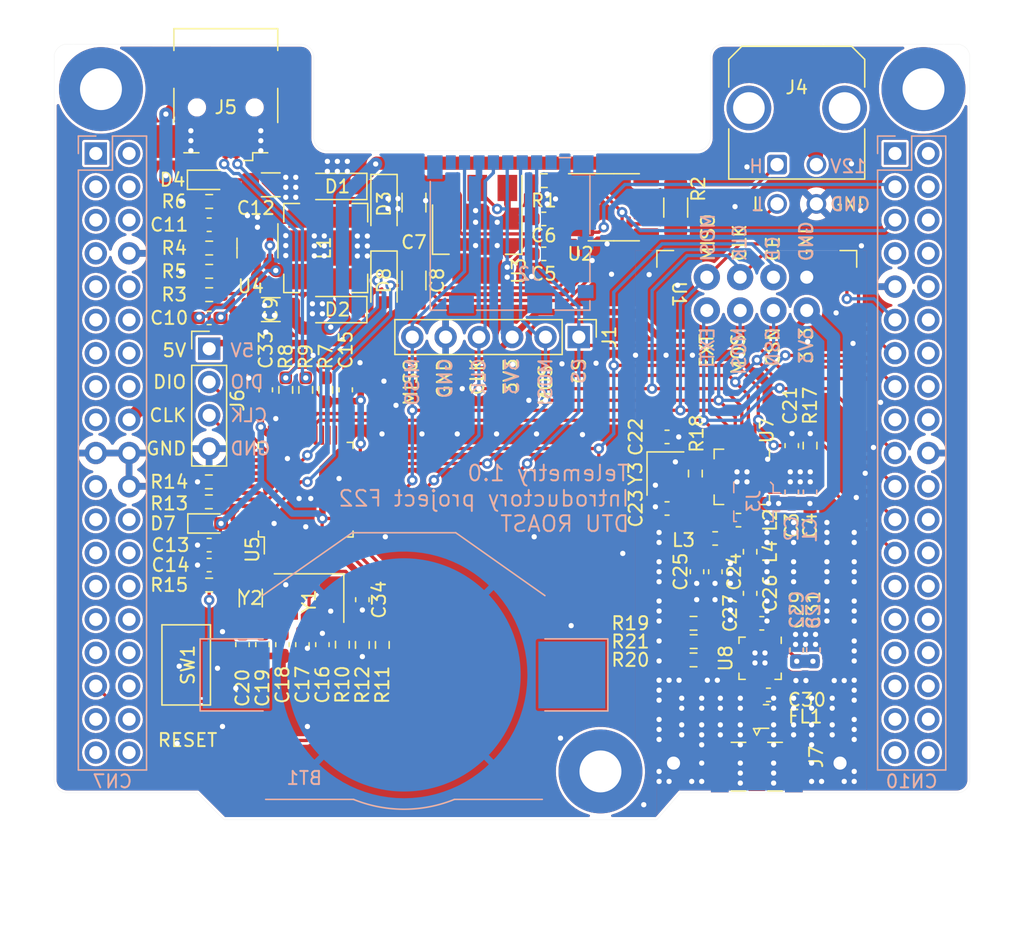
<source format=kicad_pcb>
(kicad_pcb (version 20211014) (generator pcbnew)
  (layers (0 "F.Cu" signal) (31 "B.Cu" signal) (34 "B.Paste" user) (35 "F.Paste" user) (36 "B.SilkS" user "B.Silkscreen") (37 "F.SilkS" user "F.Silkscreen") (38 "B.Mask" user) (39 "F.Mask" user) (44 "Edge.Cuts" user))
  (net 0 "")
  (net 1 "/VBAT")
  (net 2 "GND")
  (net 3 "/3V3")
  (net 4 "/5V")
  (net 5 "/12V")
  (net 6 "/EXT5V")
  (net 7 "/STM32F103/NRST")
  (net 8 "/STM32F103/OSCOUT")
  (net 9 "/STM32F103/OSCIN")
  (net 10 "/STM32F103/OSC32OUT")
  (net 11 "/STM32F103/OSC32IN")
  (net 12 "/Nucleo-64/PC10")
  (net 13 "/Nucleo-64/PC11")
  (net 14 "/Nucleo-64/PC12")
  (net 15 "/Nucleo-64/PD2")
  (net 16 "/Nucleo-64/VDD")
  (net 17 "/Nucleo-64/E5V")
  (net 18 "/Nucleo-64/BOOT0")
  (net 19 "/Nucleo-64/NC")
  (net 20 "/Nucleo-64/IOREF")
  (net 21 "/Nucleo-64/PA13")
  (net 22 "/Nucleo-64/RESET")
  (net 23 "/Nucleo-64/PA14")
  (net 24 "/Nucleo-64/+3V3")
  (net 25 "/Nucleo-64/PA15")
  (net 26 "/USB5V")
  (net 27 "/Nucleo-64/PB7")
  (net 28 "/Nucleo-64/PC13")
  (net 29 "/Nucleo-64/VIN")
  (net 30 "/Nucleo-64/PC14")
  (net 31 "/Nucleo-64/PC15")
  (net 32 "/Nucleo-64/PA0")
  (net 33 "/Nucleo-64/PD0")
  (net 34 "/Nucleo-64/PA1")
  (net 35 "/Nucleo-64/PD1")
  (net 36 "/Nucleo-64/PA2")
  (net 37 "/Nucleo-64/PA3")
  (net 38 "/Nucleo-64/PC2")
  (net 39 "/Nucleo-64/PA4")
  (net 40 "/Nucleo-64/PC3")
  (net 41 "/CLK")
  (net 42 "/Nucleo-64/PC9")
  (net 43 "/Nucleo-64/PC8")
  (net 44 "/CAN_RX")
  (net 45 "/Nucleo-64/PC6")
  (net 46 "/CAN_TX")
  (net 47 "/Nucleo-64/PC5")
  (net 48 "/Nucleo-64/AVDD")
  (net 49 "/Nucleo-64/U5V")
  (net 50 "/Nucleo-64/PA12")
  (net 51 "/MISO")
  (net 52 "/Nucleo-64/PA11")
  (net 53 "/MOSI")
  (net 54 "/Nucleo-64/PB12")
  (net 55 "/Nucleo-64/PB6")
  (net 56 "/Nucleo-64/PB11")
  (net 57 "/CS")
  (net 58 "/CSN")
  (net 59 "/Nucleo-64/PB2")
  (net 60 "/EXTI")
  (net 61 "/Nucleo-64/PB1")
  (net 62 "/CE")
  (net 63 "/Nucleo-64/PB15")
  (net 64 "/Nucleo-64/PB4")
  (net 65 "/Nucleo-64/PB14")
  (net 66 "/Nucleo-64/PB5")
  (net 67 "/Nucleo-64/PB13")
  (net 68 "/Nucleo-64/PB3")
  (net 69 "/Nucleo-64/AGND")
  (net 70 "/Nucleo-64/PA10")
  (net 71 "/Nucleo-64/PC4")
  (net 72 "Net-(D7-Pad1)")
  (net 73 "/CANH")
  (net 74 "/CANL")
  (net 75 "Net-(J5-Pad3)")
  (net 76 "/STM32F103/PA13")
  (net 77 "/STM32F103/PA14")
  (net 78 "/STM32F103/PA12")
  (net 79 "/STM32F103/PA11")
  (net 80 "/STM32F103/PA2")
  (net 81 "/STM32F103/BOOT0")
  (net 82 "/STM32F103/PC13")
  (net 83 "/STM32F103/PA0")
  (net 84 "/STM32F103/PA1")
  (net 85 "/STM32F103/PA3")
  (net 86 "/STM32F103/PB0")
  (net 87 "/STM32F103/PB1")
  (net 88 "/STM32F103/PB2")
  (net 89 "/STM32F103/PB11")
  (net 90 "/STM32F103/PB12")
  (net 91 "/STM32F103/PB13")
  (net 92 "/STM32F103/PB14")
  (net 93 "/STM32F103/PB15")
  (net 94 "/STM32F103/PA10")
  (net 95 "/STM32F103/PA15")
  (net 96 "/STM32F103/PB3")
  (net 97 "/STM32F103/PB4")
  (net 98 "/STM32F103/PB5")
  (net 99 "/STM32F103/PB6")
  (net 100 "/STM32F103/PB7")
  (net 101 "/SW5V")
  (net 106 "Net-(R3-Pad2)")
  (net 107 "Net-(R1-Pad1)")
  (net 108 "Net-(J5-Pad2)")
  (net 109 "Net-(D4-Pad1)")
  (net 110 "Net-(C11-Pad2)")
  (net 111 "Net-(C10-Pad2)")
  (net 112 "Net-(C10-Pad1)")
  (net 113 "Net-(C21-Pad1)")
  (net 114 "Net-(C22-Pad1)")
  (net 115 "Net-(C23-Pad1)")
  (net 116 "/TXEN")
  (net 117 "Net-(C26-Pad1)")
  (net 118 "/RXTX")
  (net 119 "Net-(C30-Pad2)")
  (net 120 "Net-(L2-Pad1)")
  (net 121 "Net-(L2-Pad2)")
  (net 122 "Net-(R17-Pad1)")
  (net 123 "Net-(R19-Pad1)")
  (net 124 "Net-(R20-Pad1)")
  (net 126 "Net-(FL1-Pad3)")
  (net 127 "/Nucleo-64/PB0")
  (net 128 "/Nucleo-64/PC1")
  (net 129 "/Nucleo-64/PC0")
  (footprint "Connector_Coaxial:SMA_Samtec_SMA-J-P-X-ST-EM1_EdgeMount" (layer "F.Cu") (at 159.004 105.537)
    (fp_text reference "J7")
    (fp_text value "Conn_Coaxial")
  )
  (footprint "Resistor_SMD:R_0603_1608Metric_Pad0.98x0.95mm_HandSolder" (layer "F.Cu") (at 117.2115 83.947)
    (fp_text reference "R14")
    (fp_text value "DNP")
  )
  (footprint "Capacitor_SMD:C_0603_1608Metric_Pad1.08x0.95mm_HandSolder" (layer "F.Cu") (at 152.16 85.979 180)
    (fp_text reference "C23")
    (fp_text value "12p")
  )
  (footprint "Capacitor_SMD:C_0603_1608Metric_Pad1.08x0.95mm_HandSolder" (layer "F.Cu") (at 124.347 96.3695 90)
    (fp_text reference "C17")
    (fp_text value "33p")
  )
  (footprint "Capacitor_SMD:C_0603_1608Metric_Pad1.08x0.95mm_HandSolder" (layer "F.Cu") (at 142.762 66.548)
    (fp_text reference "C5")
    (fp_text value "100n")
  )
  (footprint "Capacitor_SMD:C_1206_3216Metric_Pad1.33x1.80mm_HandSolder" (layer "F.Cu") (at 132.856 68.58 -90)
    (fp_text reference "C8")
    (fp_text value "10u")
  )
  (footprint "RF_Converter:Balun_Johanson_1.6x0.8mm" (layer "F.Cu") (at 159.512 101.854)
    (fp_text reference "FL1")
    (fp_text value "BFCN-2555")
  )
  (footprint "0_Costum:nRF24L01_LNA" (layer "F.Cu") (at 159.004 86.614 -90)
    (fp_text reference "U1")
    (fp_text value "NRF24L01")
  )
  (footprint "Inductor_SMD:L_0603_1608Metric_Pad1.05x0.95mm_HandSolder" (layer "F.Cu") (at 158.496 89.281 90)
    (fp_text reference "L4")
    (fp_text value "3.9n")
  )
  (footprint "Resistor_SMD:R_0603_1608Metric_Pad0.98x0.95mm_HandSolder" (layer "F.Cu") (at 117.236 69.6595 180)
    (fp_text reference "R3")
    (fp_text value "51k")
  )
  (footprint "Capacitor_SMD:C_0603_1608Metric_Pad1.08x0.95mm_HandSolder" (layer "F.Cu") (at 159.893 100.203 180)
    (fp_text reference "C30")
    (fp_text value "0.3p")
  )
  (footprint "Resistor_SMD:R_0603_1608Metric_Pad0.98x0.95mm_HandSolder" (layer "F.Cu") (at 154.178 94.742 180)
    (fp_text reference "R19")
    (fp_text value "1k")
  )
  (footprint "Inductor_SMD:L_Bourns-SRN6028" (layer "F.Cu") (at 126.126 66.1035 90)
    (fp_text reference "L1")
    (fp_text value "6.8u")
  )
  (footprint "Capacitor_SMD:C_0603_1608Metric_Pad1.08x0.95mm_HandSolder" (layer "F.Cu") (at 152.16 80.518)
    (fp_text reference "C22")
    (fp_text value "12p")
  )
  (footprint "Capacitor_SMD:C_0603_1608Metric_Pad1.08x0.95mm_HandSolder" (layer "F.Cu") (at 121.299 96.3695 90)
    (fp_text reference "C19")
    (fp_text value "12p")
  )
  (footprint "Capacitor_SMD:C_0603_1608Metric_Pad1.08x0.95mm_HandSolder" (layer "F.Cu") (at 154.446 90.805 90)
    (fp_text reference "C25")
    (fp_text value "4.7p")
  )
  (footprint "Resistor_SMD:R_0603_1608Metric_Pad0.98x0.95mm_HandSolder" (layer "F.Cu") (at 117.2115 85.471 180)
    (fp_text reference "R13")
    (fp_text value "DNP")
  )
  (footprint "Resistor_SMD:R_0603_1608Metric_Pad0.98x0.95mm_HandSolder" (layer "F.Cu") (at 117.236 62.5475 180)
    (fp_text reference "R6")
    (fp_text value "1.5k")
  )
  (footprint "Inductor_SMD:L_0603_1608Metric_Pad1.05x0.95mm_HandSolder" (layer "F.Cu") (at 155.829 88.265)
    (fp_text reference "L3")
    (fp_text value "2.7n")
  )
  (footprint "Connector_Molex:Molex_Micro-Fit_3.0_43045-0421_2x02-1MP_P3.00mm_Horizontal" (layer "F.Cu") (at 160.552 59.735)
    (fp_text reference "J4")
    (fp_text value "Conn_02x02_Odd_Even")
  )
  (footprint "Capacitor_SMD:C_0603_1608Metric_Pad1.08x0.95mm_HandSolder" (layer "F.Cu") (at 117.236 71.4375)
    (fp_text reference "C10")
    (fp_text value "22n")
  )
  (footprint "Button_Switch_SMD:SW_SPST_CK_RS282G05A3" (layer "F.Cu") (at 115.4824 97.917 -90)
    (fp_text reference "SW1")
    (fp_text value "Button")
  )
  (footprint "Capacitor_SMD:C_0603_1608Metric_Pad1.08x0.95mm_HandSolder" (layer "F.Cu") (at 162.052 96.774 90)
    (fp_text reference "C29")
    (fp_text value "100n")
  )
  (footprint "Capacitor_SMD:C_0603_1608Metric_Pad1.08x0.95mm_HandSolder" (layer "F.Cu") (at 161.671001 84.7355 90)
    (fp_text reference "C3")
    (fp_text value "10n")
  )
  (footprint "Capacitor_SMD:C_0603_1608Metric_Pad1.08x0.95mm_HandSolder" (layer "F.Cu") (at 122.823 96.3695 -90)
    (fp_text reference "C18")
    (fp_text value "33p")
  )
  (footprint "Inductor_SMD:L_0603_1608Metric_Pad1.05x0.95mm_HandSolder" (layer "F.Cu") (at 157.607 86.868)
    (fp_text reference "L2")
    (fp_text value "8.2n")
  )
  (footprint "Resistor_SMD:R_1206_3216Metric_Pad1.30x1.75mm_HandSolder" (layer "F.Cu") (at 152.8204 63.0174 -90)
    (fp_text reference "R2")
    (fp_text value "60")
  )
  (footprint "Capacitor_SMD:C_0603_1608Metric_Pad1.08x0.95mm_HandSolder" (layer "F.Cu") (at 155.843 90.805 90)
    (fp_text reference "C24")
    (fp_text value "2.2n")
  )
  (footprint "Capacitor_SMD:C_1206_3216Metric_Pad1.33x1.80mm_HandSolder" (layer "F.Cu") (at 121.935 61.2775 180)
    (fp_text reference "C12")
    (fp_text value "10u")
  )
  (footprint "MountingHole:MountingHole_3.2mm_M3_Pad" (layer "F.Cu") (at 171.718 53.975)
    (fp_text reference "H3")
    (fp_text value "MountingHole")
  )
  (footprint "Resistor_SMD:R_0603_1608Metric_Pad0.98x0.95mm_HandSolder" (layer "F.Cu") (at 154.178 97.536 180)
    (fp_text reference "R20")
    (fp_text value "1k")
  )
  (footprint "Resistor_SMD:R_0603_1608Metric_Pad0.98x0.95mm_HandSolder" (layer "F.Cu") (at 117.236 67.8815 180)
    (fp_text reference "R5")
    (fp_text value "10k")
  )
  (footprint "Capacitor_SMD:C_0603_1608Metric_Pad1.08x0.95mm_HandSolder" (layer "F.Cu") (at 119.775 96.3695 -90)
    (fp_text reference "C20")
    (fp_text value "12p")
  )
  (footprint "Capacitor_SMD:C_0603_1608Metric_Pad1.08x0.95mm_HandSolder" (layer "F.Cu") (at 163.068 84.7355 90)
    (fp_text reference "C4")
    (fp_text value "100n")
  )
  (footprint "Resistor_SMD:R_0603_1608Metric_Pad0.98x0.95mm_HandSolder" (layer "F.Cu") (at 130.443 96.393 -90)
    (fp_text reference "R11")
    (fp_text value "DNP")
  )
  (footprint "Package_DFN_QFN:QFN-20-1EP_4x4mm_P0.5mm_EP2.5x2.5mm" (layer "F.Cu") (at 157.861 83.566 -90)
    (fp_text reference "U7")
    (fp_text value "nRF24L01P")
  )
  (footprint "Connector_PinHeader_2.54mm:PinHeader_1x06_P2.54mm_Vertical" (layer "F.Cu") (at 145.429 72.898 -90)
    (fp_text reference "J1")
    (fp_text value "Conn_01x06")
  )
  (footprint "Capacitor_SMD:C_0603_1608Metric_Pad1.08x0.95mm_HandSolder" (layer "F.Cu") (at 163.322 96.774 90)
    (fp_text reference "C31")
    (fp_text value "10n")
  )
  (footprint "Capacitor_SMD:C_0603_1608Metric_Pad1.08x0.95mm_HandSolder" (layer "F.Cu") (at 117.235 90.297 180)
    (fp_text reference "C14")
    (fp_text value "100n")
  )
  (footprint "MountingHole:MountingHole_3.2mm_M3_Pad" (layer "F.Cu") (at 108.98 53.975)
    (fp_text reference "H1")
    (fp_text value "MountingHole")
  )
  (footprint "Crystal:Crystal_SMD_2520-4Pin_2.5x2.0mm" (layer "F.Cu") (at 152.033 83.312 -90)
    (fp_text reference "Y3")
    (fp_text value "16 MHz")
  )
  (footprint "Resistor_SMD:R_0603_1608Metric_Pad0.98x0.95mm_HandSolder" (layer "F.Cu") (at 124.601 76.9245 -90)
    (fp_text reference "R9")
    (fp_text value "22R")
  )
  (footprint "Resistor_SMD:R_0603_1608Metric_Pad0.98x0.95mm_HandSolder" (layer "F.Cu") (at 154.319 83.312 -90)
    (fp_text reference "R18")
    (fp_text value "1M")
  )
  (footprint "Diode_SMD:D_SOD-123" (layer "F.Cu") (at 130.57 68.58 -90)
    (fp_text reference "D8")
    (fp_text value "PMEG6020AELRX")
  )
  (footprint "Capacitor_SMD:C_0603_1608Metric_Pad1.08x0.95mm_HandSolder" (layer "F.Cu") (at 161.671001 81.1795 90)
    (fp_text reference "C21")
    (fp_text value "33n")
  )
  (footprint "LED_SMD:LED_0603_1608Metric_Pad1.05x0.95mm_HandSolder" (layer "F.Cu") (at 117.265123 87.122)
    (fp_text reference "D7")
    (fp_text value "LED_green")
  )
  (footprint "Capacitor_SMD:C_0603_1608Metric_Pad1.08x0.95mm_HandSolder" (layer "F.Cu") (at 117.235 88.773)
    (fp_text reference "C13")
    (fp_text value "1u")
  )
  (footprint "Resistor_SMD:R_0603_1608Metric_Pad0.98x0.95mm_HandSolder" (layer "F.Cu") (at 117.236 66.1035 180)
    (fp_text reference "R4")
    (fp_text value "39k")
  )
  (footprint "Resistor_SMD:R_0603_1608Metric_Pad0.98x0.95mm_HandSolder" (layer "F.Cu") (at 127.395 96.3695 90)
    (fp_text reference "R10")
    (fp_text value "1.5k")
  )
  (footprint "Capacitor_SMD:C_1206_3216Metric_Pad1.33x1.80mm_HandSolder" (layer "F.Cu") (at 132.856 62.636 -90)
    (fp_text reference "C7")
    (fp_text value "10u")
  )
  (footprint "Diode_SMD:D_SOD-123" (layer "F.Cu") (at 130.57 62.738 -90)
    (fp_text reference "D3")
    (fp_text value "PMEG6020AELRX")
  )
  (footprint "Capacitor_SMD:C_0603_1608Metric_Pad1.08x0.95mm_HandSolder" (layer "F.Cu") (at 117.236 64.3255 180)
    (fp_text reference "C11")
    (fp_text value "270p")
  )
  (footprint "Capacitor_SMD:C_0603_1608Metric_Pad1.08x0.95mm_HandSolder" (layer "F.Cu") (at 142.762 63.881 180)
    (fp_text reference "C6")
    (fp_text value "100n")
  )
  (footprint "Diode_SMD:D_SOD-123" (layer "F.Cu") (at 127.015 70.8025 180)
    (fp_text reference "D2")
    (fp_text value "PMEG6020AELRX")
  )
  (footprint "Capacitor_SMD:C_1206_3216Metric_Pad1.33x1.80mm_HandSolder" (layer "F.Cu") (at 121.935 70.8025 180)
    (fp_text reference "C9")
    (fp_text value "10u")
  )
  (footprint "Connector_USB:USB_Mini-B_Wuerth_65100516121_Horizontal" (layer "F.Cu") (at 118.505 55.372 180)
    (fp_text reference "J5")
    (fp_text value "USB_B_Mini")
  )
  (footprint "Connector_PinHeader_2.54mm:PinHeader_1x04_P2.54mm_Vertical" (layer "F.Cu") (at 117.235 73.787)
    (fp_text reference "J6")
    (fp_text value "Conn_01x04")
  )
  (footprint "LED_SMD:LED_0603_1608Metric_Pad1.05x0.95mm_HandSolder" (layer "F.Cu") (at 117.236 60.8965)
    (fp_text reference "D4")
    (fp_text value "LED_green")
  )
  (footprint "Package_TO_SOT_SMD:SOT-223-3_TabPin2" (layer "F.Cu") (at 137.682 64.668 -90)
    (fp_text reference "U3")
    (fp_text value "LM1117-3.3")
  )
  (footprint "MountingHole:MountingHole_3.2mm_M3_Pad" (layer "F.Cu") (at 147.08 106.045)
    (fp_text reference "H2")
    (fp_text value "MountingHole")
  )
  (footprint "Resistor_SMD:R_0603_1608Metric_Pad0.98x0.95mm_HandSolder" (layer "F.Cu") (at 154.192 96.139)
    (fp_text reference "R21")
    (fp_text value "22k")
  )
  (footprint "Resistor_SMD:R_0603_1608Metric_Pad0.98x0.95mm_HandSolder" (layer "F.Cu") (at 123.077 76.9245 -90)
    (fp_text reference "R8")
    (fp_text value "22R")
  )
  (footprint "Package_DFN_QFN:QFN-16-1EP_3x3mm_P0.5mm_EP1.7x1.7mm" (layer "F.Cu") (at 159.258 97.409 -90)
    (fp_text reference "U8")
    (fp_text value "RFX2401C")
  )
  (footprint "Package_QFP:LQFP-48_7x7mm_P0.5mm" (layer "F.Cu") (at 124.601 84.5445 90)
    (fp_text reference "U5")
    (fp_text value "STM32F103C6Tx")
  )
  (footprint "Capacitor_SMD:C_0603_1608Metric_Pad1.08x0.95mm_HandSolder" (layer "F.Cu") (at 127.649 76.9245 -90)
    (fp_text reference "C15")
    (fp_text value "100n")
  )
  (footprint "Package_SO:SOIC-8_3.9x4.9mm_P1.27mm" (layer "F.Cu") (at 148.096 62.992)
    (fp_text reference "U2")
    (fp_text value "MCP2551-I-P")
  )
  (footprint "Capacitor_SMD:C_0603_1608Metric_Pad1.08x0.95mm_HandSolder" (layer "F.Cu") (at 125.871 96.3695 90)
    (fp_text reference "C16")
    (fp_text value "22n")
  )
  (footprint "Capacitor_SMD:C_0603_1608Metric_Pad1.08x0.95mm_HandSolder" (layer "F.Cu") (at 128.919 92.9405 90)
    (fp_text reference "C34")
    (fp_text value "100n")
  )
  (footprint "Resistor_SMD:R_0603_1608Metric_Pad0.98x0.95mm_HandSolder" (layer "F.Cu") (at 163.068 81.1795 90)
    (fp_text reference "R17")
    (fp_text value "22k")
  )
  (footprint "Capacitor_SMD:C_0603_1608Metric_Pad1.08x0.95mm_HandSolder" (layer "F.Cu") (at 121.553 76.9245 -90)
    (fp_text reference "C33")
    (fp_text value "100n")
  )
  (footprint "Crystal:Crystal_SMD_3215-2Pin_3.2x1.5mm" (layer "F.Cu") (at 120.41 92.8135 -90)
    (fp_text reference "Y2")
    (fp_text value "32 MHz")
  )
  (footprint "Resistor_SMD:R_0603_1608Metric_Pad0.98x0.95mm_HandSolder" (layer "F.Cu") (at 128.919 96.393 90)
    (fp_text reference "R12")
    (fp_text value "DNP")
  )
  (footprint "Diode_SMD:D_SOD-123" (layer "F.Cu") (at 127.015 61.4045 180)
    (fp_text reference "D1")
    (fp_text value "PMEG6020AELRX")
  )
  (footprint "Crystal:Crystal_SMD_5032-4Pin_5.0x3.2mm" (layer "F.Cu") (at 124.855 92.8135 180)
    (fp_text reference "Y1")
    (fp_text value "Crystal_GND24")
  )
  (footprint "Capacitor_SMD:C_0603_1608Metric_Pad1.08x0.95mm_HandSolder" (layer "F.Cu") (at 158.496 92.456 -90)
    (fp_text reference "C26")
    (fp_text value "1.5p")
  )
  (footprint "Resistor_SMD:R_0603_1608Metric_Pad0.98x0.95mm_HandSolder" (layer "F.Cu") (at 142.762 60.96 180)
    (fp_text reference "R1")
    (fp_text value "4.7k")
  )
  (footprint "Resistor_SMD:R_0603_1608Metric_Pad0.98x0.95mm_HandSolder" (layer "F.Cu") (at 126.125 76.9245 -90)
    (fp_text reference "R7")
    (fp_text value "1.5k")
  )
  (footprint "Resistor_SMD:R_0603_1608Metric_Pad0.98x0.95mm_HandSolder" (layer "F.Cu") (at 117.235 91.821)
    (fp_text reference "R15")
    (fp_text value "1.5k")
  )
  (footprint "Capacitor_SMD:C_0603_1608Metric_Pad1.08x0.95mm_HandSolder" (layer "F.Cu") (at 159.385 94.742 180)
    (fp_text reference "C27")
    (fp_text value "1p")
  )
  (footprint "Package_SO:SC-74-6_1.5x2.9mm_P0.95mm" (layer "F.Cu") (at 120.919 66.1035 -90)
    (fp_text reference "U4")
    (fp_text value "AP5100")
  )
  (footprint "Connector_PinSocket_2.54mm:PinSocket_2x19_P2.54mm_Vertical" (layer "B.Cu") (at 108.587786 58.886786 180)
    (fp_text reference "CN7")
    (fp_text value "Conn_02x19_Odd_Even")
  )
  (footprint "Connector_Card:microSD_HC_Molex_104031-0811" (layer "B.Cu") (at 140.208 65.024 180)
    (fp_text reference "J2")
    (fp_text value "Micro_SD_Card")
  )
  (footprint "Battery:BatteryHolder_Keystone_3002_1x2032" (layer "B.Cu") (at 132.094 98.679)
    (fp_text reference "BT1")
    (fp_text value "Battery_Cell")
  )
  (footprint "Connector_Coaxial:U.FL_Molex_MCRF_73412-0110_Vertical" (layer "B.Cu") (at 158.75 85.471 -90)
    (fp_text reference "J3")
    (fp_text value "Conn_Coaxial")
  )
  (footprint "Capacitor_SMD:C_0603_1608Metric_Pad1.08x0.95mm_HandSolder" (layer "B.Cu") (at 163.322 96.774 90)
    (fp_text reference "C28")
    (fp_text value "1u")
  )
  (footprint "Connector_PinSocket_2.54mm:PinSocket_2x19_P2.54mm_Vertical" (layer "B.Cu") (at 169.547786 58.886786 180)
    (fp_text reference "CN10")
    (fp_text value "Conn_02x19_Odd_Even")
  )
  (footprint "Capacitor_SMD:C_0603_1608Metric_Pad1.08x0.95mm_HandSolder" (layer "B.Cu") (at 162.0152 96.7994 90)
    (fp_text reference "C32")
    (fp_text value "100p")
  )
  (footprint "Capacitor_SMD:C_0603_1608Metric_Pad1.08x0.95mm_HandSolder" (layer "B.Cu") (at 161.671001 84.7355 90)
    (fp_text reference "C2")
    (fp_text value "100p")
  )
  (footprint "Capacitor_SMD:C_0603_1608Metric_Pad1.08x0.95mm_HandSolder" (layer "B.Cu") (at 163.068 84.7355 90)
    (fp_text reference "C1")
    (fp_text value "1u")
  )
  (gr_arc (start 105.41 51.551) (mid 105.700718 50.833791) (end 106.414999 50.535951) (layer "Edge.Cuts") (width 0.01))
  (gr_arc (start 155.444 51.561) (mid 155.734718 50.843791) (end 156.448999 50.545951) (layer "Edge.Cuts") (width 0.01))
  (gr_line (start 155.448 57.671) (end 155.444 51.561) (layer "Edge.Cuts") (width 0.01))
  (gr_line (start 156.448999 50.545951) (end 174.244 50.541) (layer "Edge.Cuts") (width 0.01))
  (gr_arc (start 155.448 57.671) (mid 155.157282 58.388209) (end 154.443001 58.686049) (layer "Edge.Cuts") (width 0.01))
  (gr_arc (start 124.214 50.546001) (mid 124.931209 50.836719) (end 125.229049 51.551) (layer "Edge.Cuts") (width 0.01))
  (gr_line (start 118.364 109.728) (end 116.332 107.696) (layer "Edge.Cuts") (width 0.01))
  (gr_line (start 153.162 107.696) (end 151.384 109.728) (layer "Edge.Cuts") (width 0.01))
  (gr_arc (start 174.244 50.541) (mid 174.961209 50.831718) (end 175.259049 51.545999) (layer "Edge.Cuts") (width 0.01))
  (gr_line (start 126.239049 58.685999) (end 154.443001 58.686049) (layer "Edge.Cuts") (width 0.01))
  (gr_line (start 175.259049 51.545999) (end 175.264 106.681) (layer "Edge.Cuts") (width 0.01))
  (gr_line (start 116.332 107.696) (end 106.414 107.696) (layer "Edge.Cuts") (width 0.01))
  (gr_arc (start 175.264 106.681) (mid 174.973282 107.398209) (end 174.259001 107.696049) (layer "Edge.Cuts") (width 0.01))
  (gr_line (start 125.229049 51.551) (end 125.224 57.681) (layer "Edge.Cuts") (width 0.01))
  (gr_line (start 151.384 109.728) (end 118.364 109.728) (layer "Edge.Cuts") (width 0.01))
  (gr_line (start 174.259001 107.696049) (end 153.162 107.696) (layer "Edge.Cuts") (width 0.01))
  (gr_arc (start 106.414 107.696) (mid 105.696791 107.405282) (end 105.398951 106.691001) (layer "Edge.Cuts") (width 0.01))
  (gr_line (start 105.398951 106.691001) (end 105.41 51.551) (layer "Edge.Cuts") (width 0.01))
  (gr_line (start 106.414999 50.535951) (end 124.214 50.546) (layer "Edge.Cuts") (width 0.01))
  (gr_arc (start 126.239049 58.685999) (mid 125.52184 58.395281) (end 125.224 57.681) (layer "Edge.Cuts") (width 0.01))
  (gr_text "CLK" (at 118.759 78.867) (layer "B.SilkS") (effects (font (size 1 1)) (justify right mirror)))
  (gr_text "CLK" (at 137.809 74.422 90) (layer "B.SilkS") (effects (font (size 1 1)) (justify left mirror)))
  (gr_text "GND" (at 162.7772 67.2084 90) (layer "B.SilkS") (effects (font (size 1 1)) (justify right mirror)))
  (gr_text "MOSI" (at 155.2842 67.2084 90) (layer "B.SilkS") (effects (font (size 1 1)) (justify right mirror)))
  (gr_text "Telemetry 1.0\nIntroductory project F22\nDTU ROAST" (at 149.366 85.217) (layer "B.SilkS") (effects (font (size 1.2 1.2)) (justify left mirror)))
  (gr_text "MOSI" (at 157.6718 72.0598 -270) (layer "B.SilkS") (effects (font (size 1 1)) (justify left mirror)))
  (gr_text "CSN" (at 160.2118 72.0598 -270) (layer "B.SilkS") (effects (font (size 1 1)) (justify left mirror)))
  (gr_text "5V" (at 118.759 73.914) (layer "B.SilkS") (effects (font (size 1 1)) (justify right mirror)))
  (gr_text "3V3" (at 162.7518 72.0598 -270) (layer "B.SilkS") (effects (font (size 1 1)) (justify left mirror)))
  (gr_text "GND" (at 164.5044 62.7634) (layer "B.SilkS") (effects (font (size 1 1)) (justify right mirror)))
  (gr_text "12V" (at 164.5044 59.8678) (layer "B.SilkS") (effects (font (size 1 1)) (justify right mirror)))
  (gr_text "3V3" (at 140.349 74.422 90) (layer "B.SilkS") (effects (font (size 1 1)) (justify left mirror)))
  (gr_text "CLK" (at 157.6972 67.2084 90) (layer "B.SilkS") (effects (font (size 1 1)) (justify right mirror)))
  (gr_text "CE" (at 160.2372 67.2084 90) (layer "B.SilkS") (effects (font (size 1 1)) (justify right mirror)))
  (gr_text "EXTI" (at 155.2588 72.0598 90) (layer "B.SilkS") (effects (font (size 1 1)) (justify left mirror)))
  (gr_text "CS" (at 145.429 74.422 90) (layer "B.SilkS") (effects (font (size 1 1)) (justify left mirror)))
  (gr_text "GND" (at 135.269 74.422 90) (layer "B.SilkS") (effects (font (size 1 1)) (justify left mirror)))
  (gr_text "GND" (at 118.759 81.407) (layer "B.SilkS") (effects (font (size 1 1)) (justify right mirror)))
  (gr_text "L" (at 159.5768 62.7634) (layer "B.SilkS") (effects (font (size 1 1)) (justify left mirror)))
  (gr_text "DIO" (at 118.759 76.327) (layer "B.SilkS") (effects (font (size 1 1)) (justify right mirror)))
  (gr_text "H" (at 159.5768 59.8678) (layer "B.SilkS") (effects (font (size 1 1)) (justify left mirror)))
  (gr_text "MOSI" (at 142.889 74.422 90) (layer "B.SilkS") (effects (font (size 1 1)) (justify left mirror)))
  (gr_text "MISO" (at 132.729 74.422 90) (layer "B.SilkS") (effects (font (size 1 1)) (justify left mirror)))
  (gr_text "L" (at 159.5768 62.7634) (layer "F.SilkS") (effects (font (size 1 1)) (justify right)))
  (gr_text "CLK" (at 115.584 78.867) (layer "F.SilkS") (effects (font (size 1 1)) (justify right)))
  (gr_text "3V3" (at 162.7772 72.0598 90) (layer "F.SilkS") (effects (font (size 1 1)) (justify right)))
  (gr_text "CLK" (at 157.6972 67.2084 90) (layer "F.SilkS") (effects (font (size 1 1)) (justify left)))
  (gr_text "GND" (at 135.142 74.422 90) (layer "F.SilkS") (effects (font (size 1 1)) (justify right)))
  (gr_text "DIO" (at 115.584 76.327) (layer "F.SilkS") (effects (font (size 1 1)) (justify right)))
  (gr_text "GND" (at 162.7772 67.2084 90) (layer "F.SilkS") (effects (font (size 1 1)) (justify left)))
  (gr_text "CS" (at 145.4544 74.422 90) (layer "F.SilkS") (effects (font (size 1 1)) (justify right)))
  (gr_text "CE" (at 160.2372 67.2084 90) (layer "F.SilkS") (effects (font (size 1 1)) (justify left)))
  (gr_text "MISO" (at 155.2842 67.2084 90) (layer "F.SilkS") (effects (font (size 1 1)) (justify left)))
  (gr_text "MOSI" (at 142.889 74.422 90) (layer "F.SilkS") (effects (font (size 1 1)) (justify right)))
  (gr_text "CLK" (at 137.682 74.422 90) (layer "F.SilkS") (effects (font (size 1 1)) (justify right)))
  (gr_text "5V" (at 115.584 73.914) (layer "F.SilkS") (effects (font (size 1 1)) (justify right)))
  (gr_text "MOSI" (at 157.5956 72.0598 90) (layer "F.SilkS") (effects (font (size 1 1)) (justify right)))
  (gr_text "GND" (at 115.584 81.407) (layer "F.SilkS") (effects (font (size 1 1)) (justify right)))
  (gr_text "3V3" (at 140.222 74.422 90) (layer "F.SilkS") (effects (font (size 1 1)) (justify right)))
  (gr_text "CSN" (at 160.2372 72.0598 90) (layer "F.SilkS") (effects (font (size 1 1)) (justify right)))
  (gr_text "EXTI" (at 155.1826 72.0598 90) (layer "F.SilkS") (effects (font (size 1 1)) (justify right)))
  (gr_text "RESET" (at 115.584 103.6574) (layer "F.SilkS") (effects (font (size 1 1))))
  (gr_text "MISO" (at 132.602 74.422 90) (layer "F.SilkS") (effects (font (size 1 1)) (justify right)))
  (gr_text "GND" (at 164.5044 62.7634) (layer "F.SilkS") (effects (font (size 1 1)) (justify left)))
  (segment (start 117.235 91.1595) (end 118.0975 90.297) (width 0.25) (layer "F.Cu") (net 1))
  (segment (start 117.235 92.964) (end 117.235 91.1595) (width 0.25) (layer "F.Cu") (net 1))
  (segment (start 119.267 99.695) (end 118.260703 100.701297) (width 0.25) (layer "F.Cu") (net 1))
  (segment (start 118.260703 100.701297) (end 109.762297 100.701297) (width 0.25) (layer "F.Cu") (net 1))
  (segment (start 119.267 99.568) (end 117.87 98.171) (width 0.25) (layer "F.Cu") (net 1))
  (segment (start 118.124 90.297) (end 119.714 88.707) (width 0.25) (layer "F.Cu") (net 1))
  (segment (start 119.267 99.695) (end 119.267 99.568) (width 0.25) (layer "F.Cu") (net 1))
  (segment (start 119.714 88.707) (end 121.851 88.707) (width 0.25) (layer "F.Cu") (net 1))
  (segment (start 109.762297 100.701297) (end 108.587786 99.526786) (width 0.25) (layer "F.Cu") (net 1))
  (via (at 117.87 98.171) (size 0.8) (drill 0.4) (layers "F.Cu" "B.Cu") (net 1))
  (via (at 119.267 99.695) (size 0.8) (drill 0.4) (layers "F.Cu" "B.Cu") (net 1))
  (via (at 117.235 92.964) (size 0.8) (drill 0.4) (layers "F.Cu" "B.Cu") (net 1))
  (segment (start 117.235 97.536) (end 117.87 98.171) (width 0.25) (layer "B.Cu") (net 1))
  (segment (start 117.235 92.964) (end 117.235 97.536) (width 0.25) (layer "B.Cu") (net 1))
  (segment (start 125.351 88.707) (end 125.351 87.904494) (width 0.25) (layer "F.Cu") (net 2))
  (segment (start 120.283 63.754) (end 120.156 63.627) (width 0.25) (layer "F.Cu") (net 2))
  (segment (start 120.918 63.754) (end 120.919 63.755) (width 0.25) (layer "F.Cu") (net 2))
  (segment (start 125.351 87.904494) (end 124.822506 87.376) (width 0.25) (layer "F.Cu") (net 2))
  (segment (start 120.918 63.754) (end 120.283 63.754) (width 0.25) (layer "F.Cu") (net 2))
  (segment (start 124.822506 87.376) (end 124.601 87.376) (width 0.25) (layer "F.Cu") (net 2))
  (segment (start 126.505 94.873) (end 125.871 95.507) (width 0.25) (layer "F.Cu") (net 2))
  (segment (start 120.919 63.755) (end 120.919 64.515) (width 0.25) (layer "F.Cu") (net 2))
  (segment (start 126.505 93.8135) (end 126.505 94.873) (width 0.25) (layer "F.Cu") (net 2))
  (via (at 151.5504 91.567) (size 0.8) (drill 0.4) (layers "F.Cu" "B.Cu") (net 2))
  (via (at 116.346 90.297) (size 0.8) (drill 0.4) (layers "F.Cu" "B.Cu") (net 2))
  (via (at 137.555 65.913) (size 0.8) (drill 0.4) (layers "F.Cu" "B.Cu") (net 2))
  (via (at 120.2576 76.0222) (size 0.8) (drill 0.4) (layers "F.Cu" "B.Cu") (net 2))
  (via (at 156.224 102.489) (size 0.8) (drill 0.4) (layers "F.Cu" "B.Cu") (net 2))
  (via (at 125.109 70.358) (size 0.8) (drill 0.4) (layers "F.Cu" "B.Cu") (net 2))
  (via (at 125.871 95.507) (size 0.8) (drill 0.4) (layers "F.Cu" "B.Cu") (net 2))
  (via (at 151.5504 99.0854) (size 0.8) (drill 0.4) (layers "F.Cu" "B.Cu") (net 2))
  (via (at 162.32 83.947) (size 0.8) (drill 0.4) (layers "F.Cu" "B.Cu") (net 2))
  (via (at 157.824 74.341) (size 0.8) (drill 0.4) (layers "F.Cu" "B.Cu") (net 2))
  (via (at 162.7518 99.1108) (size 0.8) (drill 0.4) (layers "F.Cu" "B.Cu") (net 2))
  (via (at 116.346 88.773) (size 0.8) (drill 0.4) (layers "F.Cu" "B.Cu") (net 2))
  (via (at 164.352 93.8022) (size 0.8) (drill 0.4) (layers "F.Cu" "B.Cu") (net 2))
  (via (at 145.7084 80.3402) (size 0.8) (drill 0.4) (layers "F.Cu" "B.Cu") (net 2))
  (via (at 121.172 57.912) (size 0.8) (drill 0.4) (layers "F.Cu" "B.Cu") (net 2))
  (via (at 159.78 87.0458) (size 0.8) (drill 0.4) (layers "F.Cu" "B.Cu") (net 2))
  (via (at 163.082 80.264) (size 0.8) (drill 0.4) (layers "F.Cu" "B.Cu") (net 2))
  (via (at 152.3124 99.0854) (size 0.8) (drill 0.4) (layers "F.Cu" "B.Cu") (net 2))
  (via (at 151.5504 102.0826) (size 0.8) (drill 0.4) (layers "F.Cu" "B.Cu") (net 2))
  (via (at 165.6728 106.807) (size 0.8) (drill 0.4) (layers "F.Cu" "B.Cu") (net 2))
  (via (at 137.555 63.246) (size 0.8) (drill 0.4) (layers "F.Cu" "B.Cu") (net 2))
  (via (at 157.748 103.251) (size 0.8) (drill 0.4) (layers "F.Cu" "B.Cu") (net 2))
  (via (at 124.728 96.647) (size 0.8) (drill 0.4) (layers "F.Cu" "B.Cu") (net 2))
  (via (at 166.4348 99.8474) (size 0.8) (drill 0.4) (layers "F.Cu" "B.Cu") (net 2))
  (via (at 151.5504 90.805) (size 0.8) (drill 0.4) (layers "F.Cu" "B.Cu") (net 2))
  (via (at 164.352 90.043) (size 0.8) (drill 0.4) (layers "F.Cu" "B.Cu") (net 2))
  (via (at 156.224 101.219) (size 0.8) (drill 0.4) (layers "F.Cu" "B.Cu") (net 2))
  (via (at 156.986 94.488) (size 0.8) (drill 0.4) (layers "F.Cu" "B.Cu") (net 2))
  (via (at 151.271 85.852) (size 0.8) (drill 0.4) (layers "F.Cu" "B.Cu") (net 2))
  (via (at 166.4348 88.5698) (size 0.8) (drill 0.4) (layers "F.Cu" "B.Cu") (net 2))
  (via (at 156.986 90.932) (size 0.8) (drill 0.4) (layers "F.Cu" "B.Cu") (net 2))
  (via (at 157.748 102.489) (size 0.8) (drill 0.4) (layers "F.Cu" "B.Cu") (net 2))
  (via (at 160.288 101.219) (size 0.8) (drill 0.4) (layers "F.Cu" "B.Cu") (net 2))
  (via (at 130.6716 88.138) (size 0.8) (drill 0.4) (layers "F.Cu" "B.Cu") (net 2))
  (via (at 143.016 61.976) (size 0.8) (drill 0.4) (layers "F.Cu" "B.Cu") (net 2))
  (via (at 156.986 90.17) (size 0.8) (drill 0.4) (layers "F.Cu" "B.Cu") (net 2))
  (via (at 153.2776 102.489) (size 0.8) (drill 0.4) (layers "F.Cu" "B.Cu") (net 2))
  (via (at 139.206 64.135) (size 0.8) (drill 0.4) (layers "F.Cu" "B.Cu") (net 2))
  (via (at 140.394 74.981) (size 0.8) (drill 0.4) (layers "F.Cu" "B.Cu") (net 2))
  (via (at 154.0396 106.807) (size 0.8) (drill 0.4) (layers "F.Cu" "B.Cu") (net 2))
  (via (at 136.158 80.2894) (size 0.8) (drill 0.4) (layers "F.Cu" "B.Cu") (net 2))
  (via (at 115.838 58.674) (size 0.8) (drill 0.4) (layers "F.Cu" "B.Cu") (net 2))
  (via (at 159.78 91.567) (size 0.8) (drill 0.4) (layers "F.Cu" "B.Cu") (net 2))
  (via (at 116.346 83.947) (size 0.8) (drill 0.4) (layers "F.Cu" "B.Cu") (net 2))
  (via (at 166.924 63.241) (size 0.8) (drill 0.4) (layers "F.Cu" "B.Cu") (net 2))
  (via (at 165.6728 99.1108) (size 0.8) (drill 0.4) (layers "F.Cu" "B.Cu") (net 2))
  (via (at 143.016 62.738) (size 0.8) (drill 0.4) (layers "F.Cu" "B.Cu") (net 2))
  (via (at 123.077 61.468) (size 0.8) (drill 0.4) (layers "F.Cu" "B.Cu") (net 2))
  (via (at 157.748 105.41) (size 0.8) (drill 0.4) (layers "F.Cu" "B.Cu") (net 2))
  (via (at 151.5504 93.8022) (size 0.8) (drill 0.4) (layers "F.Cu" "B.Cu") (net 2))
  (via (at 166.4348 100.6094) (size 0.8) (drill 0.4) (layers "F.Cu" "B.Cu") (net 2))
  (via (at 125.252 65.939) (size 0.8) (drill 0.4) (layers "F.Cu" "B.Cu") (net 2))
  (via (at 129.3 66.711) (size 0.8) (drill 0.4) (layers "F.Cu" "B.Cu") (net 2))
  (via (at 127.141 83.693) (size 0.8) (drill 0.4) (layers "F.Cu" "B.Cu") (net 2))
  (via (at 160.288 103.251) (size 0.8) (drill 0.4) (layers "F.Cu" "B.Cu") (net 2))
  (via (at 154.4206 91.694) (size 0.8) (drill 0.4) (layers "F.Cu" "B.Cu") (net 2))
  (via (at 163.082 83.947) (size 0.8) (drill 0.4) (layers "F.Cu" "B.Cu") (net 2))
  (via (at 159.78 90.043) (size 0.8) (drill 0.4) (layers "F.Cu" "B.Cu") (net 2))
  (via (at 154.8016 102.489) (size 0.8) (drill 0.4) (layers "F.Cu" "B.Cu") (net 2))
  (via (at 144.8448 94.9198) (size 0.8) (drill 0.4) (layers "F.Cu" "B.Cu") (net 2))
  (via (at 155.8176 92.9386) (size 0.8) (drill 0.4) (layers "F.Cu" "B.Cu") (net 2))
  (via (at 153.2776 101.219) (size 0.8) (drill 0.4) (layers "F.Cu" "B.Cu") (net 2))
  (via (at 139.1552 80.2894) (size 0.8) (drill 0.4) (layers "F.Cu" "B.Cu") (net 2))
  (via (at 158.8656 97.0026) (size 0.8) (drill 0.4) (layers "F.Cu" "B.Cu") (net 2))
  (via (at 166.4348 96.8502) (size 0.8) (drill 0.4) (layers "F.Cu" "B.Cu") (net 2))
  (via (at 124.728 102.616) (size 0.8) (drill 0.4) (layers "F.Cu" "B.Cu") (net 2))
  (via (at 157.748 100.457) (size 0.8) (drill 0.4) (layers "F.Cu" "B.Cu") (net 2))
  (via (at 130.8748 63.0936) (size 0.8) (drill 0.4) (layers "F.Cu" "B.Cu") (net 2))
  (via (at 156.986 93.726) (size 0.8) (drill 0.4) (layers "F.Cu" "B.Cu") (net 2))
  (via (at 161.9898 99.1108) (size 0.8) (drill 0.4) (layers "F.Cu" "B.Cu") (net 2))
  (via (at 159.78 87.8078) (size 0.8) (drill 0.4) (layers "F.Cu" "B.Cu") (net 2))
  (via (at 157.494 83.185) (size 0.8) (drill 0.4) (layers "F.Cu" "B.Cu") (net 2))
  (via (at 159.78 93.0402) (size 0.8) (drill 0.4) (layers "F.Cu" "B.Cu") (net 2))
  (via (at 118.251 102.616) (size 0.8) (drill 0.4) (layers "F.Cu" "B.Cu") (net 2))
  (via (at 161.812 101.219) (size 0.8) (drill 0.4) (layers "F.Cu" "B.Cu") (net 2))
  (via (at 123.204 82.169) (size 0.8) (drill 0.4) (layers "F.Cu" "B.Cu") (net 2))
  (via (at 142.0254 88.138) (size 0.8) (drill 0.4) (layers "F.Cu" "B.Cu") (net 2))
  (via (at 151.5504 99.8474) (size 0.8) (drill 0.4) (layers "F.Cu" "B.Cu") (net 2))
  (via (at 151.271 84.201) (size 0.8) (drill 0.4) (layers "F.Cu" "B.Cu") (net 2))
  (via (at 123.077 91.7975) (size 0.8) (drill 0.4) (layers "F.Cu" "B.Cu") (net 2))
  (via (at 163.484 96.351) (size 0.8) (drill 0.4) (layers "F.Cu" "B.Cu") (net 2))
  (via (at 122.188 87.122) (size 0.8) (drill 0.4) (layers "F.Cu" "B.Cu") (net 2))
  (via (at 164.352 87.8078) (size 0.8) (drill 0.4) (layers "F.Cu" "B.Cu") (net 2))
  (via (at 159.78 90.805) (size 0.8) (drill 0.4) (layers "F.Cu" "B.Cu") (net 2))
  (via (at 166.4348 102.0826) (size 0.8) (drill 0.4) (layers "F.Cu" "B.Cu") (net 2))
  (via (at 164.352 87.0458) (size 0.8) (drill 0.4) (layers "F.Cu" "B.Cu") (net 2))
  (via (at 163.1836 102.489) (size 0.8) (drill 0.4) (layers "F.Cu" "B.Cu") (net 2))
  (via (at 121.452 70.479) (size 0.8) (drill 0.4) (layers "F.Cu" "B.Cu") (net 2))
  (via (at 167.904 81.321) (size 0.8) (drill 0.4) (layers "F.Cu" "B.Cu") (net 2))
  (via (at 125.871 71.12) (size 0.8) (drill 0.4) (layers "F.Cu" "B.Cu") (net 2))
  (via (at 151.5504 94.5642) (size 0.8) (drill 0.4) (layers "F.Cu" "B.Cu") (net 2))
  (via (at 137.555 64.135) (size 0.8) (drill 0.4) (layers "F.Cu" "B.Cu") (net 2))
  (via (at 141.619 77.724) (size 0.8) (drill 0.4) (layers "F.Cu" "B.Cu") (net 2))
  (via (at 156.986 91.694) (size 0.8) (drill 0.4) (layers "F.Cu" "B.Cu") (net 2))
  (via (at 129.3 65.949) (size 0.8) (drill 0.4) (layers "F.Cu" "B.Cu") (net 2))
  (via (at 147.924 68.101) (size 0.8) (drill 0.4) (layers "F.Cu" "B.Cu") (net 2))
  (via (at 114.949 98.0186) (size 0.8) (drill 0.4) (layers "F.Cu" "B.Cu") (net 2))
  (via (at 115.838 57.912) (size 0.8) (drill 0.4) (layers "F.Cu" "B.Cu") (net 2))
  (via (at 130.4176 80.2894) (size 0.8) (drill 0.4) (layers "F.Cu" "B.Cu") (net 2))
  (via (at 161.812 100.457) (size 0.8) (drill 0.4) (layers "F.Cu" "B.Cu") (net 2))
  (via (at 164.352 90.805) (size 0.8) (drill 0.4) (layers "F.Cu" "B.Cu") (net 2))
  (via (at 159.78 88.5698) (size 0.8) (drill 0.4) (layers "F.Cu" "B.Cu") (net 2))
  (via (at 154.8016 103.251) (size 0.8) (drill 0.4) (layers "F.Cu" "B.Cu") (net 2))
  (via (at 126.014 66.701) (size 0.8) (drill 0.4) (layers "F.Cu" "B.Cu") (net 2))
  (via (at 154.8016 105.41) (size 0.8) (drill 0.4) (layers "F.Cu" "B.Cu") (net 2))
  (via (at 151.5504 103.6066) (size 0.8) (drill 0.4) (layers "F.Cu" "B.Cu") (net 2))
  (via (at 123.077 65.913) (size 0.8) (drill 0.4) (layers "F.Cu" "B.Cu") (net 2))
  (via (at 166.224 59.671) (size 0.8) (drill 0.4) (layers "F.Cu" "B.Cu") (net 2))
  (via (at 160.288 100.457) (size 0.8) (drill 0.4) (layers "F.Cu" "B.Cu") (net 2))
  (via (at 157.344 62.941) (size 0.8) (drill 0.4) (layers "F.Cu" "B.Cu") (net 2))
  (via (at 149.754 74.281) (size 0.8) (drill 0.4) (layers "F.Cu" "B.Cu") (net 2))
  (via (at 142.2032 80.2894) (size 0.8) (drill 0.4) (layers "F.Cu" "B.Cu") (net 2))
  (via (at 139.206 65.913) (size 0.8) (drill 0.4) (layers "F.Cu" "B.Cu") (net 2))
  (via (at 166.4348 87.8078) (size 0.8) (drill 0.4) (layers "F.Cu" "B.Cu") (net 2))
  (via (at 159.78 93.8022) (size 0.8) (drill 0.4) (layers "F.Cu" "B.Cu") (net 2))
  (via (at 150.382 108.585) (size 0.8) (drill 0.4) (layers "F.Cu" "B.Cu") (net 2))
  (via (at 128.538 66.711) (size 0.8) (drill 0.4) (layers "F.Cu" "B.Cu") (net 2))
  (via (at 163.082 83.185) (size 0.8) (drill 0.4) (layers "F.Cu" "B.Cu") (net 2))
  (via (at 123.839 62.23) (size 0.8) (drill 0.4) (layers "F.Cu" "B.Cu") (net 2))
  (via (at 120.918 63.754) (size 0.8) (drill 0.4) (layers "F.Cu" "B.Cu") (net 2))
  (via (at 126.25 60.251) (size 0.8) (drill 0.4) (layers "F.Cu" "B.Cu") (net 2))
  (via (at 130.876802 62.3316) (size 0.8) (drill 0.4) (layers "F.Cu" "B.Cu") (net 2))
  (via (at 159.8308 82.2198) (size 0.8) (drill 0.4) (layers "F.Cu" "B.Cu") (net 2))
  (via (at 164.352 91.567) (size 0.8) (drill 0.4) (layers "F.Cu" "B.Cu") (net 2))
  (via (at 115.1522 62.5348) (size 0.8) (drill 0.4) (layers "F.Cu" "B.Cu") (net 2))
  (via (at 151.5504 90.043) (size 0.8) (drill 0.4) (layers "F.Cu" "B.Cu") (net 2))
  (via (at 166.4348 103.6066) (size 0.8) (drill 0.4) (layers "F.Cu" "B.Cu") (net 2))
  (via (at 155.8176 91.694) (size 0.8) (drill 0.4) (layers "F.Cu" "B.Cu") (net 2))
  (via (at 120.919 64.515) (size 0.8) (drill 0.4) (layers "F.Cu" "B.Cu") (net 2))
  (via (at 166.4348 99.0854) (size 0.8) (drill 0.4) (layers "F.Cu" "B.Cu") (net 2))
  (via (at 127.012 60.251) (size 0.8) (drill 0.4) (layers "F.Cu" "B.Cu") (net 2))
  (via (at 131.6368 62.3316) (size 0.8) (drill 0.4) (layers "F.Cu" "B.Cu") (net 2))
  (via (at 154.8016 100.457) (size 0.8) (drill 0.4) (layers "F.Cu" "B.Cu") (net 2))
  (via (at 162.884 73.241) (size 0.8) (drill 0.4) (layers "F.Cu" "B.Cu") (net 2))
  (via (at 161.812 87.0458) (size 0.8) (drill 0.4) (layers "F.Cu" "B.Cu") (net 2))
  (via (at 152.084 74.281) (size 0.8) (drill 0.4) (layers "F.Cu" "B.Cu") (net 2))
  (via (at 127.012 59.489) (size 0.8) (drill 0.4) (layers "F.Cu" "B.Cu") (net 2))
  (via (at 154.4206 92.9386) (size 0.8) (drill 0.4) (layers "F.Cu" "B.Cu") (net 2))
  (via (at 164.7584 101.219) (size 0.8) (drill 0.4) (layers "F.Cu" "B.Cu") (net 2))
  (via (at 151.5504 102.8446) (size 0.8) (drill 0.4) (layers "F.Cu" "B.Cu") (net 2))
  (via (at 151.5504 93.0402) (size 0.8) (drill 0.4) (layers "F.Cu" "B.Cu") (net 2))
  (via (at 126.505 93.8135) (size 0.8) (drill 0.4) (layers "F.Cu" "B.Cu") (net 2))
  (via (at 160.288 106.934) (size 0.8) (drill 0.4) (layers "F.Cu" "B.Cu") (net 2))
  (via (at 153.2776 100.457) (size 0.8) (drill 0.4) (layers "F.Cu" "B.Cu") (net 2))
  (via (at 162.722 96.351) (size 0.8) (drill 0.4) (layers "F.Cu" "B.Cu") (net 2))
  (via (at 163.1836 103.251) (size 0.8) (drill 0.4) (layers "F.Cu" "B.Cu") (net 2))
  (via (at 123.839 61.468) (size 0.8) (drill 0.4) (layers "F.Cu" "B.Cu") (net 2))
  (via (at 125.871 70.358) (size 0.8) (drill 0.4) (layers "F.Cu" "B.Cu") (net 2))
  (via (at 166.4348 106.045) (size 0.8) (drill 0.4) (layers "F.Cu" "B.Cu") (net 2))
  (via (at 164.352 93.0402) (size 0.8) (drill 0.4) (layers "F.Cu" "B.Cu") (net 2))
  (via (at 148.7818 89.408) (size 0.8) (drill 0.4) (layers "F.Cu" "B.Cu") (net 2))
  (via (at 166.4348 97.6122) (size 0.8) (drill 0.4) (layers "F.Cu" "B.Cu") (net 2))
  (via (at 128.538 65.949) (size 0.8) (drill 0.4) (layers "F.Cu" "B.Cu") (net 2))
  (via (at 122.315 79.121) (size 0.8) (drill 0.4) (layers "F.Cu" "B.Cu") (net 2))
  (via (at 161.558 83.185) (size 0.8) (drill 0.4) (layers "F.Cu" "B.Cu") (net 2))
  (via (at 125.252 65.177) (size 0.8) (drill 0.4) (layers "F.Cu" "B.Cu") (net 2))
  (via (at 125.1598 74.295) (size 0.8) (drill 0.4) (layers "F.Cu" "B.Cu") (net 2))
  (via (at 126.252002 59.489) (size 0.8) (drill 0.4) (layers "F.Cu" "B.Cu") (net 2))
  (via (at 121.172 58.674) (size 0.8) (drill 0.4) (layers "F.Cu" "B.Cu") (net 2))
  (via (at 160.288 102.489) (size 0.8) (drill 0.4) (layers "F.Cu" "B.Cu") (net 2))
  (via (at 164.7584 103.251) (size 0.8) (drill 0.4) (layers "F.Cu" "B.Cu") (net 2))
  (via (at 164.9108 99.1108) (size 0.8) (drill 0.4) (layers "F.Cu" "B.Cu") (net 2))
  (via (at 158.256 83.947) (size 0.8) (drill 0.4) (layers "F.Cu" "B.Cu") (net 2))
  (via (at 154.8016 104.013) (size 0.8) (drill 0.4) (layers "F.Cu" "B.Cu") (net 2))
  (via (at 131.4844 78.105) (size 0.8) (drill 0.4) (layers "F.Cu" "B.Cu") (net 2))
  (via (at 122.214 71.241) (size 0.8) (drill 0.4) (layers "F.Cu" "B.Cu") (net 2))
  (via (at 158.8656 97.7646) (size 0.8) (drill 0.4) (layers "F.Cu" "B.Cu") (net 2))
  (via (at 166.4348 94.5642) (size 0.8) (drill 0.4) (layers "F.Cu" "B.Cu") (net 2))
  (via (at 128.919 97.282) (size 0.8) (drill 0.4) (layers "F.Cu" "B.Cu") (net 2))
  (via (at 157.496002 83.947) (size 0.8) (drill 0.4) (layers "F.Cu" "B.Cu") (net 2))
  (via (at 166.4348 91.567) (size 0.8) (drill 0.4) (layers "F.Cu" "B.Cu") (net 2))
  (via (at 151.5504 97.6122) (size 0.8) (drill 0.4) (layers "F.Cu" "B.Cu") (net 2))
  (via (at 159.6276 97.0026) (size 0.8) (drill 0.4) (layers "F.Cu" "B.Cu") (net 2))
  (via (at 154.8016 106.807) (size 0.8) (drill 0.4) (layers "F.Cu" "B.Cu") (net 2))
  (via (at 166.594 85.141) (size 0.8) (drill 0.4) (layers "F.Cu" "B.Cu") (net 2))
  (via (at 125.109 71.12) (size 0.8) (drill 0.4) (layers "F.Cu" "B.Cu") (net 2))
  (via (at 163.484 95.589) (size 0.8) (drill 0.4) (layers "F.Cu" "B.Cu") (net 2))
  (via (at 121.553 72.517) (size 0.8) (drill 0.4) (layers "F.Cu" "B.Cu") (net 2))
  (via (at 124.982 85.217) (size 0.8) (drill 0.4) (layers "F.Cu" "B.Cu") (net 2))
  (via (at 157.748 106.934) (size 0.8) (drill 0.4) (layers "F.Cu" "B.Cu") (net 2))
  (via (at 121.452 71.241) (size 0.8) (drill 0.4) (layers "F.Cu" "B.Cu") (net 2))
  (via (at 158.254 59.911) (size 0.8) (drill 0.4) (layers "F.Cu" "B.Cu") (net 2))
  (via (at 157.748 101.219) (size 0.8) (drill 0.4) (layers "F.Cu" "B.Cu") (net 2))
  (via (at 166.4348 90.805) (size 0.8) (drill 0.4) (layers "F.Cu" "B.Cu") (net 2))
  (via (at 123.839 60.706) (size 0.8) (drill 0.4) (layers "F.Cu" "B.Cu") (net 2))
  (via (at 152.3124 106.807) (size 0.8) (drill 0.4) (layers "F.Cu" "B.Cu") (net 2))
  (via (at 131.6368 63.0936) (size 0.8) (drill 0.4) (layers "F.Cu" "B.Cu") (net 2))
  (via (at 162.32 83.185) (size 0.8) (drill 0.4) (layers "F.Cu" "B.Cu") (net 2))
  (via (at 144.032 103.505) (size 0.8) (drill 0.4) (layers "F.Cu" "B.Cu") (net 2))
  (via (at 151.5504 96.0882) (size 0.8) (drill 0.4) (layers "F.Cu" "B.Cu") (net 2))
  (via (at 161.812 90.805) (size 0.8) (drill 0.4) (layers "F.Cu" "B.Cu") (net 2))
  (via (at 156.224 100.457) (size 0.8) (drill 0.4) (layers "F.Cu" "B.Cu") (net 2))
  (via (at 123.077 60.706) (size 0.8) (drill 0.4) (layers "F.Cu" "B.Cu") (net 2))
  (via (at 156.224 103.251) (size 0.8) (drill 0.4) (layers "F.Cu" "B.Cu") (net 2))
  (via (at 166.344 73.381) (size 0.8) (drill 0.4) (layers "F.Cu" "B.Cu") (net 2))
  (via (at 161.96 95.589) (size 0.8) (drill 0.4) (layers "F.Cu" "B.Cu") (net 2))
  (via (at 154.8016 101.219) (size 0.8) (drill 0.4) (layers "F.Cu" "B.Cu") (net 2))
  (via (at 163.1836 100.457) (size 0.8) (drill 0.4) (layers "F.Cu" "B.Cu") (net 2))
  (via (at 127.774 60.251) (size 0.8) (drill 0.4) (layers "F.Cu" "B.Cu") (net 2))
  (via (at 130.564 76.261) (size 0.8) (drill 0.4) (layers "F.Cu" "B.Cu") (net 2))
  (via (at 126.014 65.179002) (size 0.8) (drill 0.4) (layers "F.Cu" "B.Cu") (net 2))
  (via (at 146.744 74.891) (size 0.8) (drill 0.4) (layers "F.Cu" "B.Cu") (net 2))
  (via (at 129.3 65.189002) (size 0.8) (drill 0.4) (layers "F.Cu" "B.Cu") (net 2))
  (via (at 123.077 65.153002) (size 0.8) (drill 0.4) (layers "F.Cu" "B.Cu") (net 2))
  (via (at 155.2334 99.0854) (size 0.8) (drill 0.4) (layers "F.Cu" "B.Cu") (net 2))
  (via (at 151.5504 87.8078) (size 0.8) (drill 0.4) (layers "F.Cu" "B.Cu") (net 2))
  (via (at 168.444 77.881) (size 0.8) (drill 0.4) (layers "F.Cu" "B.Cu") (net 2))
  (via (at 166.4348 106.807) (size 0.8) (drill 0.4) (layers "F.Cu" "B.Cu") (net 2))
  (via (at 126.014 65.939) (size 0.8) (drill 0.4) (layers "F.Cu" "B.Cu") (net 2))
  (via (at 133.4656 80.2894) (size 0.8) (drill 0.4) (layers "F.Cu" "B.Cu") (net 2))
  (via (at 155.9954 99.0854) (size 0.8) (drill 0.4) (layers "F.Cu" "B.Cu") (net 2))
  (via (at 115.838 57.152002) (size 0.8) (drill 0.4) (layers "F.Cu" "B.Cu") (net 2))
  (via (at 160.288 106.172) (size 0.8) (drill 0.4) (layers "F.Cu" "B.Cu") (net 2))
  (via (at 164.352 94.5642) (size 0.8) (drill 0.4) (layers "F.Cu" "B.Cu") (net 2))
  (via (at 123.077 66.675) (size 0.8) (drill 0.4) (layers "F.Cu" "B.Cu") (net 2))
  (via (at 124.601 87.376) (size 0.8) (drill 0.4) (layers "F.Cu" "B.Cu") (net 2))
  (via (at 164.352 88.5698) (size 0.8) (drill 0.4) (layers "F.Cu" "B.Cu") (net 2))
  (via (at 161.812 90.043) (size 0.8) (drill 0.4) (layers "F.Cu" "B.Cu") (net 2))
  (via (at 146.445 67.056) (size 0.8) (drill 0.4) (layers "F.Cu" "B.Cu") (net 2))
  (via (at 161.812 91.567) (size 0.8) (drill 0.4) (layers "F.Cu" "B.Cu") (net 2))
  (via (at 163.9456 106.807) (size 0.8) (drill 0.4) (layers "F.Cu" "B.Cu") (net 2))
  (via (at 161.560002 83.947) (size 0.8) (drill 0.4) (layers "F.Cu" "B.Cu") (net 2))
  (via (at 154.094 74.281) (size 0.8) (drill 0.4) (layers "F.Cu" "B.Cu") (net 2))
  (via (at 166.4348 102.8446) (size 0.8) (drill 0.4) (layers "F.Cu" "B.Cu") (net 2))
  (via (at 163.1836 101.219) (size 0.8) (drill 0.4) (layers "F.Cu" "B.Cu") (net 2))
  (via (at 128.7412 74.8538) (size 0.8) (drill 0.4) (layers "F.Cu" "B.Cu") (net 2))
  (via (at 124.093 85.217) (size 0.8) (drill 0.4) (layers "F.Cu" "B.Cu") (net 2))
  (via (at 161.962002 96.351) (size 0.8) (drill 0.4) (layers "F.Cu" "B.Cu") (net 2))
  (via (at 151.5504 100.6094) (size 0.8) (drill 0.4) (layers "F.Cu" "B.Cu") (net 2))
  (via (at 157.748 106.172) (size 0.8) (drill 0.4) (layers "F.Cu" "B.Cu") (net 2))
  (via (at 164.7584 102.489) (size 0.8) (drill 0.4) (layers "F.Cu" "B.Cu") (net 2))
  (via (at 166.4348 90.043) (size 0.8) (drill 0.4) (layers "F.Cu" "B.Cu") (net 2))
  (via (at 127.774 59.489) (size 0.8) (drill 0.4) (layers "F.Cu" "B.Cu") (net 2))
  (via (at 165.054 71.051) (size 0.8) (drill 0.4) (layers "F.Cu" "B.Cu") (net 2))
  (via (at 159.78 94.5642) (size 0.8) (drill 0.4) (layers "F.Cu" "B.Cu") (net 2))
  (via (at 160.288 104.013) (size 0.8) (drill 0.4) (layers "F.Cu" "B.Cu") (net 2))
  (via (at 163.1836 106.807) (size 0.8) (drill 0.4) (layers "F.Cu" "B.Cu") (net 2))
  (via (at 128.919 93.726) (size 0.8) (drill 0.4) (layers "F.Cu" "B.Cu") (net 2))
  (via (at 157.748 104.013) (size 0.8) (drill 0.4) (layers "F.Cu" "B.Cu") (net 2))
  (via (at 163.1836 105.41) (size 0.8) (drill 0.4) (layers "F.Cu" "B.Cu") (net 2))
  (via (at 152.964 68.941) (size 0.8) (drill 0.4) (layers "F.Cu" "B.Cu") (net 2))
  (via (at 159.6276 97.7646) (size 0.8) (drill 0.4) (layers "F.Cu" "B.Cu") (net 2))
  (via (at 161.812 103.251) (size 0.8) (drill 0.4) (layers "F.Cu" "B.Cu") (net 2))
  (via (at 156.986 92.964) (size 0.8) (drill 0.4) (layers "F.Cu" "B.Cu") (net 2))
  (via (at 128.538 65.187) (size 0.8) (drill 0.4) (layers "F.Cu" "B.Cu") (net 2))
  (via (at 125.252 66.701) (size 0.8) (drill 0.4) (layers "F.Cu" "B.Cu") (net 2))
  (via (at 144.144 74.941) (size 0.8) (drill 0.4) (layers "F.Cu" "B.Cu") (net 2))
  (via (at 136.539 76.835) (size 0.8) (drill 0.4) (layers "F.Cu" "B.Cu") (net 2))
  (via (at 153.2776 103.251) (size 0.8) (drill 0.4) (layers "F.Cu" "B.Cu") (net 2))
  (via (at 151.5504 106.045) (size 0.8) (drill 0.4) (layers "F.Cu" "B.Cu") (net 2))
  (via (at 143.651 62.357) (size 0.8) (drill 0.4) (layers "F.Cu" "B.Cu") (net 2))
  (via (at 141.8222 68.2752) (size 0.8) (drill 0.4) (layers "F.Cu" "B.Cu") (net 2))
  (via (at 161.812 87.8078) (size 0.8) (drill 0.4) (layers "F.Cu" "B.Cu") (net 2))
  (via (at 166.4348 96.0882) (size 0.8) (drill 0.4) (layers "F.Cu" "B.Cu") (net 2))
  (via (at 166.984 65.931) (size 0.8) (drill 0.4) (layers "F.Cu" "B.Cu") (net 2))
  (via (at 120.156 63.627) (size 0.8) (drill 0.4) (layers "F.Cu" "B.Cu") (net 2))
  (via (at 133.745 62.484) (size 0.8) (drill 0.4) (layers "F.Cu" "B.Cu") (net 2))
  (via (at 162.722 95.589) (size 0.8) (drill 0.4) (layers "F.Cu" "B.Cu") (net 2))
  (via (at 160.288 105.41) (size 0.8) (drill 0.4) (layers "F.Cu" "B.Cu") (net 2))
  (via (at 167.274 83.291) (size 0.8) (drill 0.4) (layers "F.Cu" "B.Cu") (net 2))
  (via (at 158.256 83.185) (size 0.8) (drill 0.4) (layers "F.Cu" "B.Cu") (net 2))
  (via (at 161.812 102.489) (size 0.8) (drill 0.4) (layers "F.Cu" "B.Cu") (net 2))
  (via (at 166.4348 93.8022) (size 0.8) (drill 0.4) (layers "F.Cu" "B.Cu") (net 2))
  (via (at 121.172 57.152002) (size 0.8) (drill 0.4) (layers "F.Cu" "B.Cu") (net 2))
  (via (at 147.588 65.786) (size 0.8) (drill 0.4) (layers "F.Cu" "B.Cu") (net 2))
  (via (at 151.5504 88.5698) (size 0.8) (drill 0.4) (layers "F.Cu" "B.Cu") (net 2))
  (via (at 153.049 80.518) (size 0.8) (drill 0.4) (layers "F.Cu" "B.Cu") (net 2))
  (via (at 115.1268 67.8942) (size 0.8) (drill 0.4) (layers "F.Cu" "B.Cu") (net 2))
  (via (at 161.685 80.264) (size 0.8) (drill 0.4) (layers "F.Cu" "B.Cu") (net 2))
  (via (at 166.4348 93.0402) (size 0.8) (drill 0.4) (layers "F.Cu" "B.Cu") (net 2))
  (via (at 150.794 68.131) (size 0.8) (drill 0.4) (layers "F.Cu" "B.Cu") (net 2))
  (via (at 163.1836 104.013) (size 0.8) (drill 0.4) (layers "F.Cu" "B.Cu") (net 2))
  (via (at 114.7966 103.9114) (size 0.8) (drill 0.4) (layers "F.Cu" "B.Cu") (net 2))
  (via (at 152.795 82.423) (size 0.8) (drill 0.4) (layers "F.Cu" "B.Cu") (net 2))
  (via (at 151.5504 106.807) (size 0.8) (drill 0.4) (layers "F.Cu" "B.Cu") (net 2))
  (via (at 118.251 95.377) (size 0.8) (drill 0.4) (layers "F.Cu" "B.Cu") (net 2))
  (via (at 161.812 88.5698) (size 0.8) (drill 0.4) (layers "F.Cu" "B.Cu") (net 2))
  (via (at 153.0744 99.0854) (size 0.8) (drill 0.4) (layers "F.Cu" "B.Cu") (net 2))
  (via (at 164.7584 100.457) (size 0.8) (drill 0.4) (layers "F.Cu" "B.Cu") (net 2))
  (via (at 123.077 62.227998) (size 0.8) (drill 0.4) (layers "F.Cu" "B.Cu") (net 2))
  (segment (start 142.254 70.993) (end 149.62 70.993) (width 0.5) (layer "F.Cu") (net 3))
  (segment (start 122.378 76.962) (end 121.553 77.787) (width 0.25) (layer "F.Cu") (net 3))
  (segment (start 118.312623 87.2945) (end 120.4385 87.2945) (width 0.25) (layer "F.Cu") (net 3))
  (segment (start 137.682 61.595) (end 139.206 63.119) (width 0.25) (layer "F.Cu") (net 3))
  (segment (start 127.649 77.787) (end 126.175 77.787) (width 0.5) (layer "F.Cu") (net 3))
  (segment (start 128.23052 98.11752) (end 129.63098 98.11752) (width 0.25) (layer "F.Cu") (net 3))
  (segment (start 121.172 78.232) (end 121.553 77.851) (width 0.5) (layer "F.Cu") (net 3))
  (segment (start 131.24252 96.50598) (end 131.24252 91.22352) (width 0.25) (layer "F.Cu") (net 3))
  (segment (start 140.349 72.898) (end 142.254 70.993) (width 0.5) (layer "F.Cu") (net 3))
  (segment (start 159.06148 83.288808) (end 159.338672 83.566) (width 0.25) (layer "F.Cu") (net 3))
  (segment (start 137.682 67.818) (end 139.714 67.818) (width 1) (layer "F.Cu") (net 3))
  (segment (start 163.322 97.6365) (end 162.052 97.6365) (width 1) (layer "F.Cu") (net 3))
  (segment (start 161.245388 96.659) (end 162.052 97.465612) (width 0.25) (layer "F.Cu") (net 3))
  (segment (start 127.522 81.7945) (end 128.7635 81.7945) (width 0.25) (layer "F.Cu") (net 3))
  (segment (start 156.66052 82.788808) (end 156.66052 82.49448) (width 0.25) (layer "F.Cu") (net 3))
  (segment (start 127.3885 81.661) (end 125.851 83.1985) (width 0.25) (layer "F.Cu") (net 3))
  (segment (start 125.25 76.962) (end 126.125 77.837) (width 0.25) (layer "F.Cu") (net 3))
  (segment (start 139.714 67.818) (end 139.968 67.564) (width 1) (layer "F.Cu") (net 3))
  (segment (start 161.214489 96.152511) (end 160.708 96.659) (width 0.25) (layer "F.Cu") (net 3))
  (segment (start 160.708 96.659) (end 161.245388 96.659) (width 0.25) (layer "F.Cu") (net 3))
  (segment (start 149.62 70.993) (end 151.398 72.771) (width 0.5) (layer "F.Cu") (net 3))
  (segment (start 118.0975 88.773) (end 118.0975 87.164623) (width 0.25) (layer "F.Cu") (net 3))
  (segment (start 156.383328 83.066) (end 156.66052 82.788808) (width 0.25) (layer "F.Cu") (net 3))
  (segment (start 159.907 85.598) (end 159.526 85.598) (width 1) (layer "F.Cu") (net 3))
  (segment (start 159.4315 85.5035) (end 159.526 85.598) (width 0.25) (layer "F.Cu") (net 3))
  (segment (start 136.8815 67.0175) (end 137.682 67.818) (width 1) (layer "F.Cu") (net 3))
  (segment (start 121.798 80.382) (end 121.851 80.382) (width 0.25) (layer "F.Cu") (net 3))
  (segment (start 127.3885 81.661) (end 127.522 81.7945) (width 0.25) (layer "F.Cu") (net 3))
  (segment (start 163.068 85.598) (end 163.0566 85.598) (width 1) (layer "F.Cu") (net 3))
  (segment (start 161.685 94.361) (end 161.214489 94.831511) (width 0.25) (layer "F.Cu") (net 3))
  (segment (start 125.871 82.931) (end 125.871 86.741) (width 0.5) (layer "F.Cu") (net 3))
  (segment (start 155.9235 83.066) (end 156.383328 83.066) (width 0.25) (layer "F.Cu") (net 3))
  (segment (start 121.68 80.264) (end 121.172 79.756) (width 0.5) (layer "F.Cu") (net 3))
  (segment (start 132.856 67.0175) (end 136.8815 67.0175) (width 1) (layer "F.Cu") (net 3))
  (segment (start 127.395 97.282) (end 128.23052 98.11752) (width 0.25) (layer "F.Cu") (net 3))
  (segment (start 128.919 92.078) (end 128.919 91.239006) (width 0.5) (layer "F.Cu") (net 3))
  (segment (start 140.984 66.548) (end 141.8995 66.548) (width 0.25) (layer "F.Cu") (net 3))
  (segment (start 126.125 90.043) (end 125.851 89.769) (width 0.5) (layer "F.Cu") (net 3))
  (segment (start 128.7635 81.0545) (end 128.792 81.026) (width 0.25) (layer "F.Cu") (net 3))
  (segment (start 158.861 85.5035) (end 158.861 84.866) (width 0.25) (layer "F.Cu") (net 3))
  (segment (start 122.378 76.962) (end 125.25 76.962) (width 0.25) (layer "F.Cu") (net 3))
  (segment (start 129.63098 98.11752) (end 130.443 97.3055) (width 0.25) (layer "F.Cu") (net 3))
  (segment (start 128.792 76.581) (end 130.697 74.676) (width 0.5) (layer "F.Cu") (net 3))
  (segment (start 159.338672 83.566) (end 159.7985 83.566) (width 0.25) (layer "F.Cu") (net 3))
  (segment (start 163.0566 85.598) (end 161.671001 85.598) (width 1) (layer "F.Cu") (net 3))
  (segment (start 128.729 77.787) (end 127.649 77.787) (width 0.5) (layer "F.Cu") (net 3))
  (segment (start 121.68 80.264) (end 121.798 80.382) (width 0.25) (layer "F.Cu") (net 3))
  (segment (start 156.78948 82.36552) (end 159.06148 82.36552) (width 0.25) (layer "F.Cu") (net 3))
  (segment (start 159.06148 83.843192) (end 159.338672 83.566) (width 0.25) (layer "F.Cu") (net 3))
  (segment (start 121.172 79.756) (end 121.172 78.232) (width 0.5) (layer "F.Cu") (net 3))
  (segment (start 158.861 85.5035) (end 159.4315 85.5035) (width 0.25) (layer "F.Cu") (net 3))
  (segment (start 137.682 61.518) (end 137.682 61.595) (width 0.25) (layer "F.Cu") (net 3))
  (segment (start 126.76 86.741) (end 125.871 86.741) (width 0.25) (layer "F.Cu") (net 3))
  (segment (start 163.068 92.978) (end 161.685 94.361) (width 1) (layer "F.Cu") (net 3))
  (segment (start 125.851 83.1985) (end 125.851 88.707) (width 0.25) (layer "F.Cu") (net 3))
  (segment (start 161.214489 94.831511) (end 161.214489 96.152511) (width 0.25) (layer "F.Cu") (net 3))
  (segment (start 139.968 67.564) (end 140.984 66.548) (width 0.25) (layer "F.Cu") (net 3))
  (segment (start 128.919 91.239006) (end 127.722994 90.043) (width 0.5) (layer "F.Cu") (net 3))
  (segment (start 161.431 72.771) (end 162.814 71.388) (width 0.5) (layer "F.Cu") (net 3))
  (segment (start 127.3885 81.661) (end 127.141 81.661) (width 0.5) (layer "F.Cu") (net 3))
  (segment (start 151.398 72.771) (end 161.431 72.771) (width 0.5) (layer "F.Cu") (net 3))
  (segment (start 130.697 74.676) (end 138.571 74.676) (width 0.5) (layer "F.Cu") (net 3))
  (segment (start 131.24252 91.22352) (end 126.76 86.741) (width 0.25) (layer "F.Cu") (net 3))
  (segment (start 156.66052 82.49448) (end 156.78948 82.36552) (width 0.25) (layer "F.Cu") (net 3))
  (segment (start 163.068 85.598) (end 163.068 92.978) (width 1) (layer "F.Cu") (net 3))
  (segment (start 125.851 88.707) (end 125.851 89.769) (width 0.25) (layer "F.Cu") (net 3))
  (segment (start 130.443 97.3055) (end 131.24252 96.50598) (width 0.25) (layer "F.Cu") (net 3))
  (segment (start 138.181991 68.317991) (end 139.968 68.317991) (width 1) (layer "F.Cu") (net 3))
  (segment (start 127.141 81.661) (end 125.871 82.931) (width 0.5) (layer "F.Cu") (net 3))
  (segment (start 161.671001 85.598) (end 160.669 85.598) (width 1) (layer "F.Cu") (net 3))
  (segment (start 127.722994 90.043) (end 126.125 90.043) (width 0.5) (layer "F.Cu") (net 3))
  (segment (start 116.489123 85.471) (end 118.140123 87.122) (width 0.25) (layer "F.Cu") (net 3))
  (segment (start 137.682 67.818) (end 138.181991 68.317991) (width 1) (layer "F.Cu") (net 3))
  (segment (start 159.06148 82.36552) (end 159.06148 83.288808) (width 0.25) (layer "F.Cu") (net 3))
  (segment (start 138.571 74.676) (end 140.349 72.898) (width 0.5) (layer "F.Cu") (net 3))
  (segment (start 162.052 97.465612) (end 162.052 97.528612) (width 0.25) (layer "F.Cu") (net 3))
  (segment (start 128.792 77.724) (end 128.729 77.787) (width 0.5) (layer "F.Cu") (net 3))
  (segment (start 128.7635 81.7945) (end 128.7635 81.0545) (width 0.25) (layer "F.Cu") (net 3))
  (segment (start 158.861 84.866) (end 159.06148 84.66552) (width 0.25) (layer "F.Cu") (net 3))
  (segment (start 128.792 77.724) (end 128.792 76.581) (width 0.5) (layer "F.Cu") (net 3))
  (segment (start 159.06148 84.66552) (end 159.06148 83.843192) (width 0.25) (layer "F.Cu") (net 3))
  (segment (start 160.669 85.598) (end 159.907 85.598) (width 1) (layer "F.Cu") (net 3))
  (via (at 118.140123 87.122) (size 0.8) (drill 0.4) (layers "F.Cu" "B.Cu") (net 3))
  (via (at 159.907 85.598) (size 0.8) (drill 0.4) (layers "F.Cu" "B.Cu") (net 3))
  (via (at 128.792 81.026) (size 0.8) (drill 0.4) (layers "F.Cu" "B.Cu") (net 3))
  (via (at 163.0566 85.598) (size 0.8) (drill 0.4) (layers "F.Cu" "B.Cu") (net 3))
  (via (at 128.792 77.724) (size 0.8) (drill 0.4) (layers "F.Cu" "B.Cu") (net 3))
  (via (at 162.052 97.6365) (size 0.8) (drill 0.4) (layers "F.Cu" "B.Cu") (net 3))
  (via (at 139.206 63.119) (size 0.8) (drill 0.4) (layers "F.Cu" "B.Cu") (net 3))
  (via (at 139.968 67.564) (size 0.8) (drill 0.4) (layers "F.Cu" "B.Cu") (net 3))
  (via (at 160.669 85.598) (size 0.8) (drill 0.4) (layers "F.Cu" "B.Cu") (net 3))
  (via (at 139.968 68.326) (size 0.8) (drill 0.4) (layers "F.Cu" "B.Cu") (net 3))
  (via (at 163.2863 97.6365) (size 0.8) (drill 0.4) (layers "F.Cu" "B.Cu") (net 3))
  (via (at 121.172 79.756) (size 0.8) (drill 0.4) (layers "F.Cu" "B.Cu") (net 3))
  (via (at 125.871 86.741) (size 0.8) (drill 0.4) (layers "F.Cu" "B.Cu") (net 3))
  (segment (start 140.349 72.898) (end 139.968 72.517) (width 1) (layer "B.Cu") (net 3))
  (segment (start 139.968 63.119) (end 139.968 67.564) (width 0.25) (layer "B.Cu") (net 3))
  (segment (start 162.052 97.6365) (end 163.2863 97.6365) (width 1) (layer "B.Cu") (net 3))
  (segment (start 128.792 77.724) (end 128.792 81.026) (width 0.5) (layer "B.Cu") (net 3))
  (segment (start 125.49 86.36) (end 125.871 86.741) (width 0.5) (layer "B.Cu") (net 3))
  (segment (start 121.172 84.090123) (end 118.140123 87.122) (width 0.5) (layer "B.Cu") (net 3))
  (segment (start 121.315123 84.090123) (end 123.585 86.36) (width 0.5) (layer "B.Cu") (net 3))
  (segment (start 139.968 59.619) (end 139.968 63.119) (width 0.25) (layer "B.Cu") (net 3))
  (segment (start 164.86 72.912) (end 162.814 70.866) (width 1) (layer "B.Cu") (net 3))
  (segment (start 161.671001 85.598) (end 163.068 85.598) (width 1) (layer "B.Cu") (net 3))
  (segment (start 163.068 85.598) (end 163.844 85.598) (width 1) (layer "B.Cu") (net 3))
  (segment (start 163.2863 97.6365) (end 163.322 97.6365) (width 1) (layer "B.Cu") (net 3))
  (segment (start 139.968 72.517) (end 139.968 68.326) (width 1) (layer "B.Cu") (net 3))
  (segment (start 161.671001 85.598) (end 159.907 85.598) (width 1) (layer "B.Cu") (net 3))
  (segment (start 139.206 63.119) (end 139.968 63.119) (width 0.25) (layer "B.Cu") (net 3))
  (segment (start 121.172 79.756) (end 121.172 84.090123) (width 0.5) (layer "B.Cu") (net 3))
  (segment (start 164.86 84.582) (end 164.86 72.912) (width 1) (layer "B.Cu") (net 3))
  (segment (start 121.172 84.090123) (end 121.315123 84.090123) (width 0.5) (layer "B.Cu") (net 3))
  (segment (start 163.844 85.598) (end 164.86 84.582) (width 1) (layer "B.Cu") (net 3))
  (segment (start 139.968 68.326) (end 139.968 67.564) (width 1) (layer "B.Cu") (net 3))
  (segment (start 123.585 86.36) (end 125.49 86.36) (width 0.5) (layer "B.Cu") (net 3))
  (segment (start 130.57 66.93) (end 130.57 66.675) (width 1) (layer "F.Cu") (net 4))
  (segment (start 134.9375 61.0735) (end 135.382 61.518) (width 1) (layer "F.Cu") (net 4))
  (segment (start 128.665 61.4045) (end 130.2535 61.4045) (width 1) (layer "F.Cu") (net 4))
  (segment (start 132.856 61.0735) (end 134.9375 61.0735) (width 1) (layer "F.Cu") (net 4))
  (segment (start 131.6114 65.6336) (end 134.9134 65.6336) (width 1) (layer "F.Cu") (net 4))
  (segment (start 136.017 64.53) (end 136.017 62.153) (width 1) (layer "F.Cu") (net 4))
  (segment (start 136.017 62.153) (end 135.382 61.518) (width 1) (layer "F.Cu") (net 4))
  (segment (start 130.2535 61.4045) (end 130.57 61.088) (width 1) (layer "F.Cu") (net 4))
  (segment (start 136.511 65.024) (end 136.017 64.53) (width 0.25) (layer "F.Cu") (net 4))
  (segment (start 134.9134 65.6336) (end 136.017 64.53) (width 1) (layer "F.Cu") (net 4))
  (segment (start 142.4815 65.024) (end 136.511 65.024) (width 0.25) (layer "F.Cu") (net 4))
  (segment (start 143.8785 63.627) (end 145.621 63.627) (width 0.25) (layer "F.Cu") (net 4))
  (segment (start 130.57 61.088) (end 133.4765 61.088) (width 1) (layer "F.Cu") (net 4))
  (segment (start 143.6245 63.881) (end 142.4815 65.024) (width 0.25) (layer "F.Cu") (net 4))
  (segment (start 143.6245 63.881) (end 143.8785 63.627) (width 0.25) (layer "F.Cu") (net 4))
  (segment (start 130.57 66.675) (end 131.6114 65.6336) (width 1) (layer "F.Cu") (net 4))
  (segment (start 123.4975 71.384022) (end 123.4975 70.8025) (width 1) (layer "F.Cu") (net 5))
  (segment (start 129.935 59.69) (end 129.99752 59.62748) (width 1) (layer "F.Cu") (net 5))
  (segment (start 120.919 68.224) (end 120.919 67.241) (width 0.5) (layer "F.Cu") (net 5))
  (segment (start 118.23002 69.57798) (end 119.56502 69.57798) (width 0.25) (layer "F.Cu") (net 5))
  (segment (start 163.552 59.017) (end 163.552 59.735) (width 1) (layer "F.Cu") (net 5))
  (segment (start 123.4975 70.8025) (end 120.919 68.224) (width 1) (layer "F.Cu") (net 5))
  (segment (start 156.41352 59.62748) (end 158.002 58.039) (width 1) (layer "F.Cu") (net 5))
  (segment (start 129.99752 59.62748) (end 156.41352 59.62748) (width 1) (layer "F.Cu") (net 5))
  (segment (start 126.422489 72.219511) (end 124.332989 72.219511) (width 1) (layer "F.Cu") (net 5))
  (segment (start 124.332989 72.219511) (end 123.4975 71.384022) (width 1) (layer "F.Cu") (net 5))
  (segment (start 119.56502 69.57798) (end 120.919 68.224) (width 0.25) (layer "F.Cu") (net 5))
  (segment (start 162.574 58.039) (end 163.552 59.017) (width 1) (layer "F.Cu") (net 5))
  (segment (start 158.002 58.039) (end 162.574 58.039) (width 1) (layer "F.Cu") (net 5))
  (segment (start 126.506 72.136) (end 126.422489 72.219511) (width 1) (layer "F.Cu") (net 5))
  (via (at 126.506 72.136) (size 0.8) (drill 0.4) (layers "F.Cu" "B.Cu") (net 5))
  (via (at 129.935 59.69) (size 0.8) (drill 0.4) (layers "F.Cu" "B.Cu") (net 5))
  (segment (start 127.395 71.247) (end 126.506 72.136) (width 1) (layer "B.Cu") (net 5))
  (segment (start 127.395 62.23) (end 127.395 71.247) (width 1) (layer "B.Cu") (net 5))
  (segment (start 129.935 59.69) (end 127.395 62.23) (width 1) (layer "B.Cu") (net 5))
  (segment (start 126.126 63.7535) (end 129.9355 63.7535) (width 1) (layer "F.Cu") (net 6))
  (segment (start 129.9355 63.7535) (end 130.57 64.388) (width 1) (layer "F.Cu") (net 6))
  (segment (start 118.1485 66.1035) (end 118.1485 64.3755) (width 0.25) (layer "F.Cu") (net 6))
  (segment (start 126.126 63.7535) (end 122.8485 63.7535) (width 1) (layer "F.Cu") (net 6))
  (segment (start 118.111 60.8965) (end 119.9915 60.8965) (width 0.25) (layer "F.Cu") (net 6))
  (segment (start 122.8485 63.7535) (end 120.3725 61.2775) (width 1) (layer "F.Cu") (net 6))
  (segment (start 118.0985 64.3255) (end 120.3725 62.0515) (width 0.25) (layer "F.Cu") (net 6))
  (segment (start 127.903 94.949) (end 127.395 95.457) (width 0.25) (layer "F.Cu") (net 7))
  (segment (start 115.8264 101.817) (end 117.6922 103.6828) (width 0.25) (layer "F.Cu") (net 7))
  (segment (start 117.6922 103.6828) (end 124.685814 103.6828) (width 0.25) (layer "F.Cu") (net 7))
  (segment (start 124.851 90.016503) (end 125.615997 90.7815) (width 0.25) (layer "F.Cu") (net 7))
  (segment (start 127.903 91.0355) (end 127.903 94.949) (width 0.25) (layer "F.Cu") (net 7))
  (segment (start 115.4824 101.817) (end 115.8264 101.817) (width 0.25) (layer "F.Cu") (net 7))
  (segment (start 127.395 95.708) (end 125.871 97.232) (width 0.25) (layer "F.Cu") (net 7))
  (segment (start 127.649 90.7815) (end 127.903 91.0355) (width 0.25) (layer "F.Cu") (net 7))
  (segment (start 124.685814 103.6828) (end 125.871 102.497614) (width 0.25) (layer "F.Cu") (net 7))
  (segment (start 125.615997 90.7815) (end 127.649 90.7815) (width 0.25) (layer "F.Cu") (net 7))
  (segment (start 124.851 88.707) (end 124.851 90.016503) (width 0.25) (layer "F.Cu") (net 7))
  (segment (start 125.871 102.497614) (end 125.871 97.232) (width 0.25) (layer "F.Cu") (net 7))
  (segment (start 124.347 94.107) (end 124.347 95.507) (width 0.25) (layer "F.Cu") (net 8))
  (segment (start 124.351 90.2775) (end 125.887 91.8135) (width 0.25) (layer "F.Cu") (net 8))
  (segment (start 124.855 92.8135) (end 124.855 93.599) (width 0.25) (layer "F.Cu") (net 8))
  (segment (start 124.855 93.599) (end 124.347 94.107) (width 0.25) (layer "F.Cu") (net 8))
  (segment (start 125.855 91.8135) (end 124.855 92.8135) (width 0.25) (layer "F.Cu") (net 8))
  (segment (start 124.351 88.707) (end 124.351 90.2775) (width 0.25) (layer "F.Cu") (net 8))
  (segment (start 123.205 93.8135) (end 123.205 95.125) (width 0.25) (layer "F.Cu") (net 9))
  (segment (start 124.347 90.909218) (end 124.347 92.6715) (width 0.25) (layer "F.Cu") (net 9))
  (segment (start 123.851 88.707) (end 123.851 90.413218) (width 0.25) (layer "F.Cu") (net 9))
  (segment (start 123.205 95.125) (end 122.823 95.507) (width 0.25) (layer "F.Cu") (net 9))
  (segment (start 124.347 92.6715) (end 123.205 93.8135) (width 0.25) (layer "F.Cu") (net 9))
  (segment (start 123.851 90.413218) (end 124.347 90.909218) (width 0.25) (layer "F.Cu") (net 9))
  (segment (start 121.299 94.9525) (end 121.299 95.507) (width 0.25) (layer "F.Cu") (net 10))
  (segment (start 122.588609 90.7815) (end 122.061 90.7815) (width 0.25) (layer "F.Cu") (net 10))
  (segment (start 121.807 91.0355) (end 121.807 92.5595) (width 0.25) (layer "F.Cu") (net 10))
  (segment (start 123.351 88.707) (end 123.351 90.019109) (width 0.25) (layer "F.Cu") (net 10))
  (segment (start 123.351 90.019109) (end 122.588609 90.7815) (width 0.25) (layer "F.Cu") (net 10))
  (segment (start 120.41 94.0635) (end 121.299 94.9525) (width 0.25) (layer "F.Cu") (net 10))
  (segment (start 121.807 92.5595) (end 120.41 93.9565) (width 0.25) (layer "F.Cu") (net 10))
  (segment (start 122.061 90.7815) (end 121.807 91.0355) (width 0.25) (layer "F.Cu") (net 10))
  (segment (start 122.402411 90.33198) (end 122.851 89.883391) (width 0.25) (layer "F.Cu") (net 11))
  (segment (start 122.851 89.883391) (end 122.851 88.707) (width 0.25) (layer "F.Cu") (net 11))
  (segment (start 119.058489 94.890989) (end 119.058489 92.915011) (width 0.25) (layer "F.Cu") (net 11))
  (segment (start 119.6745 95.507) (end 119.058489 94.890989) (width 0.25) (layer "F.Cu") (net 11))
  (segment (start 120.41 91.1625) (end 121.24052 90.33198) (width 0.25) (layer "F.Cu") (net 11))
  (segment (start 120.41 91.5635) (end 120.41 91.1625) (width 0.25) (layer "F.Cu") (net 11))
  (segment (start 121.24052 90.33198) (end 122.402411 90.33198) (width 0.25) (layer "F.Cu") (net 11))
  (segment (start 119.058489 92.915011) (end 120.41 91.5635) (width 0.25) (layer "F.Cu") (net 11))
  (segment (start 124.151391 59.817) (end 125.365 61.030609) (width 0.5) (layer "F.Cu") (net 26))
  (segment (start 125.365 61.030609) (end 125.365 61.4045) (width 0.5) (layer "F.Cu") (net 26))
  (segment (start 115.808141 54.172479) (end 117.813479 54.172479) (width 1) (layer "F.Cu") (net 26))
  (segment (start 120.918 59.817) (end 124.151391 59.817) (width 0.5) (layer "F.Cu") (net 26))
  (segment (start 120.105 57.972) (end 120.105 56.464) (width 0.5) (layer "F.Cu") (net 26))
  (segment (start 120.105 59.004) (end 120.918 59.817) (width 0.5) (layer "F.Cu") (net 26))
  (segment (start 113.933 76.401572) (end 113.933 60.579) (width 1) (layer "F.Cu") (net 26))
  (segment (start 114.10062 55.88) (end 115.808141 54.172479) (width 1) (layer "F.Cu") (net 26))
  (segment (start 120.105 57.972) (end 120.105 59.004) (width 0.5) (layer "F.Cu") (net 26))
  (segment (start 113.933 55.88) (end 114.10062 55.88) (width 1) (layer "F.Cu") (net 26))
  (segment (start 120.105 56.464) (end 119.394 55.753) (width 0.5) (layer "F.Cu") (net 26))
  (segment (start 111.127786 79.206786) (end 113.933 76.401572) (width 1) (layer "F.Cu") (net 26))
  (segment (start 117.813479 54.172479) (end 119.394 55.753) (width 1) (layer "F.Cu") (net 26))
  (via (at 113.933 60.579) (size 0.8) (drill 0.4) (layers "F.Cu" "B.Cu") (net 26))
  (via (at 113.933 55.88) (size 0.8) (drill 0.4) (layers "F.Cu" "B.Cu") (net 26))
  (segment (start 113.933 60.579) (end 113.933 55.88) (width 1) (layer "B.Cu") (net 26))
  (segment (start 151.017 76.835) (end 156.478 76.835) (width 0.25) (layer "F.Cu") (net 41))
  (segment (start 131.9055 86.2945) (end 128.7635 86.2945) (width 0.25) (layer "F.Cu") (net 41))
  (segment (start 157.861 78.218) (end 157.861 81.6285) (width 0.25) (layer "F.Cu") (net 41))
  (segment (start 165.876 68.199) (end 165.876 69.977) (width 0.25) (layer "F.Cu") (net 41))
  (segment (start 164.352 66.675) (end 165.876 68.199) (width 0.25) (layer "F.Cu") (net 41))
  (segment (start 137.809 76.835) (end 151.017 76.835) (width 0.25) (layer "F.Cu") (net 41))
  (segment (start 134.38 83.82) (end 131.9055 86.2945) (width 0.25) (layer "F.Cu") (net 41))
  (segment (start 156.478 76.835) (end 157.861 78.218) (width 0.25) (layer "F.Cu") (net 41))
  (segment (start 159.385 66.675) (end 164.352 66.675) (width 0.25) (layer "F.Cu") (net 41))
  (segment (start 157.734 68.326) (end 159.385 66.675) (width 0.25) (layer "F.Cu") (net 41))
  (via (at 134.38 83.82) (size 0.8) (drill 0.4) (layers "F.Cu" "B.Cu") (net 41))
  (via (at 137.809 76.835) (size 0.8) (drill 0.4) (layers "F.Cu" "B.Cu") (net 41))
  (via (at 165.876 69.977) (size 0.8) (drill 0.4) (layers "F.Cu" "B.Cu") (net 41))
  (via (at 151.017 76.835) (size 0.8) (drill 0.4) (layers "F.Cu" "B.Cu") (net 41))
  (segment (start 138.913 59.574) (end 138.913 60.364) (width 0.25) (layer "B.Cu") (net 41))
  (segment (start 156.732 66.675) (end 153.684 66.675) (width 0.25) (layer "B.Cu") (net 41))
  (segment (start 137.809 80.391) (end 134.38 83.82) (width 0.25) (layer "B.Cu") (net 41))
  (segment (start 153.684 66.675) (end 151.017 69.342) (width 0.25) (layer "B.Cu") (net 41))
  (segment (start 138.279511 60.997489) (end 138.279511 72.427489) (width 0.25) (layer "B.Cu") (net 41))
  (segment (start 157.734 67.677) (end 156.732 66.675) (width 0.25) (layer "B.Cu") (net 41))
  (segment (start 137.809 76.835) (end 137.809 80.391) (width 0.25) (layer "B.Cu") (net 41))
  (segment (start 151.017 69.342) (end 151.017 76.835) (width 0.25) (layer "B.Cu") (net 41))
  (segment (start 138.913 60.364) (end 138.279511 60.997489) (width 0.25) (layer "B.Cu") (net 41))
  (segment (start 167.938 69.977) (end 169.547786 71.586786) (width 0.25) (layer "B.Cu") (net 41))
  (segment (start 137.809 76.835) (end 137.809 72.898) (width 0.25) (layer "B.Cu") (net 41))
  (segment (start 165.876 69.977) (end 167.938 69.977) (width 0.25) (layer "B.Cu") (net 41))
  (segment (start 121.241006 85.7945) (end 120.4385 85.7945) (width 0.25) (layer "F.Cu") (net 44))
  (segment (start 123.495489 83.147511) (end 122.569 84.074) (width 0.25) (layer "F.Cu") (net 44))
  (segment (start 123.928511 82.723103) (end 123.504103 83.147511) (width 0.25) (layer "F.Cu") (net 44))
  (segment (start 146.953 64.897) (end 145.621 64.897) (width 0.25) (layer "F.Cu") (net 44))
  (segment (start 123.504103 83.147511) (end 123.495489 83.147511) (width 0.25) (layer "F.Cu") (net 44))
  (segment (start 122.569 84.466506) (end 121.241006 85.7945) (width 0.25) (layer "F.Cu") (net 44))
  (segment (start 147.334 64.516) (end 146.953 64.897) (width 0.25) (layer "F.Cu") (net 44))
  (segment (start 135.069511 69.142511) (end 143.863771 69.142511) (width 0.25) (layer "F.Cu") (net 44))
  (segment (start 124.728 81.915) (end 123.928511 82.714489) (width 0.25) (layer "F.Cu") (net 44))
  (segment (start 130.57 68.072) (end 133.999 68.072) (width 0.25) (layer "F.Cu") (net 44))
  (segment (start 145.621 67.385282) (end 145.621 64.897) (width 0.25) (layer "F.Cu") (net 44))
  (segment (start 122.569 84.074) (end 122.569 84.466506) (width 0.25) (layer "F.Cu") (net 44))
  (segment (start 143.863771 69.142511) (end 145.621 67.385282) (width 0.25) (layer "F.Cu") (net 44))
  (segment (start 130.062 68.58) (end 130.57 68.072) (width 0.25) (layer "F.Cu") (net 44))
  (segment (start 133.999 68.072) (end 135.069511 69.142511) (width 0.25) (layer "F.Cu") (net 44))
  (segment (start 123.928511 82.714489) (end 123.928511 82.723103) (width 0.25) (layer "F.Cu") (net 44))
  (via (at 124.728 81.915) (size 0.8) (drill 0.4) (layers "F.Cu" "B.Cu") (net 44))
  (via (at 147.334 64.516) (size 0.8) (drill 0.4) (layers "F.Cu" "B.Cu") (net 44))
  (via (at 130.062 68.58) (size 0.8) (drill 0.4) (layers "F.Cu" "B.Cu") (net 44))
  (segment (start 148.947511 61.251489) (end 169.372489 61.251489) (width 0.25) (layer "B.Cu") (net 44))
  (segment (start 130.062 68.58) (end 130.062 70.612) (width 0.25) (layer "B.Cu") (net 44))
  (segment (start 147.334 62.865) (end 148.947511 61.251489) (width 0.25) (layer "B.Cu") (net 44))
  (segment (start 125.744 74.93) (end 125.744 80.899) (width 0.25) (layer "B.Cu") (net 44))
  (segment (start 125.744 80.899) (end 124.728 81.915) (width 0.25) (layer "B.Cu") (net 44))
  (segment (start 147.334 64.516) (end 147.334 62.865) (width 0.25) (layer "B.Cu") (net 44))
  (segment (start 130.062 70.612) (end 125.744 74.93) (width 0.25) (layer "B.Cu") (net 44))
  (segment (start 144.554 70.104) (end 134.761 70.104) (width 0.25) (layer "F.Cu") (net 46))
  (segment (start 121.8725 86.2945) (end 120.4385 86.2945) (width 0.25) (layer "F.Cu") (net 46))
  (segment (start 133.618 68.961) (end 131.078 68.961) (width 0.25) (layer "F.Cu") (net 46))
  (segment (start 134.761 70.104) (end 133.618 68.961) (width 0.25) (layer "F.Cu") (net 46))
  (segment (start 148.731 63.373) (end 148.731 65.927) (width 0.25) (layer "F.Cu") (net 46))
  (segment (start 124.728 83.947) (end 124.22 83.947) (width 0.25) (layer "F.Cu") (net 46))
  (segment (start 146.445 61.087) (end 145.621 61.087) (width 0.25) (layer "F.Cu") (net 46))
  (segment (start 148.731 63.373) (end 146.445 61.087) (width 0.25) (layer "F.Cu") (net 46))
  (segment (start 124.22 83.947) (end 121.8725 86.2945) (width 0.25) (layer "F.Cu") (net 46))
  (segment (start 148.731 65.927) (end 144.554 70.104) (width 0.25) (layer "F.Cu") (net 46))
  (via (at 148.731 63.373) (size 0.8) (drill 0.4) (layers "F.Cu" "B.Cu") (net 46))
  (via (at 124.728 83.947) (size 0.8) (drill 0.4) (layers "F.Cu" "B.Cu") (net 46))
  (via (at 131.078 68.961) (size 0.8) (drill 0.4) (layers "F.Cu" "B.Cu") (net 46))
  (segment (start 131.078 71.247) (end 126.76 75.565) (width 0.25) (layer "B.Cu") (net 46))
  (segment (start 131.078 68.961) (end 131.078 71.247) (width 0.25) (layer "B.Cu") (net 46))
  (segment (start 148.731 63.373) (end 150.128 64.77) (width 0.25) (layer "B.Cu") (net 46))
  (segment (start 126.76 81.915) (end 124.728 83.947) (width 0.25) (layer "B.Cu") (net 46))
  (segment (start 126.76 75.565) (end 126.76 81.915) (width 0.25) (layer "B.Cu") (net 46))
  (segment (start 168.744572 64.77) (end 169.547786 63.966786) (width 0.25) (layer "B.Cu") (net 46))
  (segment (start 150.128 64.77) (end 168.744572 64.77) (width 0.25) (layer "B.Cu") (net 46))
  (segment (start 155.194 68.326) (end 157.734 65.786) (width 0.25) (layer "F.Cu") (net 51))
  (segment (start 153.176 78.486) (end 155.589 78.486) (width 0.25) (layer "F.Cu") (net 51))
  (segment (start 155.589 78.486) (end 156.861 79.758) (width 0.25) (layer "F.Cu") (net 51))
  (segment (start 132.729 83.82) (end 132.729 83.947) (width 0.25) (layer "F.Cu") (net 51))
  (segment (start 166.765 71.628) (end 169.263786 74.126786) (width 0.25) (layer "F.Cu") (net 51))
  (segment (start 166.765 67.691) (end 166.765 71.628) (width 0.25) (layer "F.Cu") (net 51))
  (segment (start 132.729 83.947) (end 130.8815 85.7945) (width 0.25) (layer "F.Cu") (net 51))
  (segment (start 130.8815 85.7945) (end 128.7635 85.7945) (width 0.25) (layer "F.Cu") (net 51))
  (segment (start 132.729 78.486) (end 153.176 78.486) (width 0.25) (layer "F.Cu") (net 51))
  (segment (start 157.734 65.786) (end 164.86 65.786) (width 0.25) (layer "F.Cu") (net 51))
  (segment (start 164.86 65.786) (end 166.765 67.691) (width 0.25) (layer "F.Cu") (net 51))
  (segment (start 156.861 79.758) (end 156.861 81.6285) (width 0.25) (layer "F.Cu") (net 51))
  (via (at 132.729 78.486) (size 0.8) (drill 0.4) (layers "F.Cu" "B.Cu") (net 51))
  (via (at 153.176 78.486) (size 0.8) (drill 0.4) (layers "F.Cu" "B.Cu") (net 51))
  (via (at 132.729 83.82) (size 0.8) (drill 0.4) (layers "F.Cu" "B.Cu") (net 51))
  (segment (start 153.176 70.344) (end 153.176 78.486) (width 0.25) (layer "B.Cu") (net 51))
  (segment (start 136.713 67.889978) (end 132.729 71.873978) (width 0.25) (layer "B.Cu") (net 51))
  (segment (start 155.194 68.326) (end 153.176 70.344) (width 0.25) (layer "B.Cu") (net 51))
  (segment (start 132.729 78.486) (end 132.729 72.898) (width 0.25) (layer "B.Cu") (net 51))
  (segment (start 136.713 59.574) (end 136.713 67.889978) (width 0.25) (layer "B.Cu") (net 51))
  (segment (start 132.729 71.873978) (end 132.729 72.898) (width 0.25) (layer "B.Cu") (net 51))
  (segment (start 132.729 83.82) (end 132.729 78.486) (width 0.25) (layer "B.Cu") (net 51))
  (segment (start 156.097 77.724) (end 157.361 78.988) (width 0.25) (layer "F.Cu") (net 53))
  (segment (start 161.163 74.295) (end 167.176 74.295) (width 0.25) (layer "F.Cu") (net 53))
  (segment (start 167.176 74.295) (end 169.547786 76.666786) (width 0.25) (layer "F.Cu") (net 53))
  (segment (start 132.310506 82.55) (end 129.566006 85.2945) (width 0.25) (layer "F.Cu") (net 53))
  (segment (start 157.361 78.988) (end 157.361 81.6285) (width 0.25) (layer "F.Cu") (net 53))
  (segment (start 129.566006 85.2945) (end 128.7635 85.2945) (width 0.25) (layer "F.Cu") (net 53))
  (segment (start 142.889 77.724) (end 156.097 77.724) (width 0.25) (layer "F.Cu") (net 53))
  (segment (start 138.444 82.55) (end 132.310506 82.55) (width 0.25) (layer "F.Cu") (net 53))
  (via (at 161.177 74.295) (size 0.8) (drill 0.4) (layers "F.Cu" "B.Cu") (net 53))
  (via (at 156.097 77.724) (size 0.8) (drill 0.4) (layers "F.Cu" "B.Cu") (net 53))
  (via (at 138.444 82.55) (size 0.8) (drill 0.4) (layers "F.Cu" "B.Cu") (net 53))
  (via (at 142.889 77.724) (size 0.8) (drill 0.4) (layers "F.Cu" "B.Cu") (net 53))
  (segment (start 142.889 77.724) (end 142.889 72.898) (width 0.25) (layer "B.Cu") (net 53))
  (segment (start 156.097 77.724) (end 156.097 74.93) (width 0.25) (layer "B.Cu") (net 53))
  (segment (start 140.984 71.501) (end 142.381 72.898) (width 0.25) (layer "B.Cu") (net 53))
  (segment (start 142.889 78.105) (end 142.889 77.724) (width 0.25) (layer "B.Cu") (net 53))
  (segment (start 157.748 77.724) (end 156.097 77.724) (width 0.25) (layer "B.Cu") (net 53))
  (segment (start 161.177 74.295) (end 157.748 77.724) (width 0.25) (layer "B.Cu") (net 53))
  (segment (start 157.734 73.293) (end 157.734 70.866) (width 0.25) (layer "B.Cu") (net 53))
  (segment (start 156.097 74.93) (end 157.734 73.293) (width 0.25) (layer "B.Cu") (net 53))
  (segment (start 140.984 59.703) (end 140.984 71.501) (width 0.25) (layer "B.Cu") (net 53))
  (segment (start 138.444 82.55) (end 142.889 78.105) (width 0.25) (layer "B.Cu") (net 53))
  (segment (start 160.669 75.184) (end 166.511 75.184) (width 0.25) (layer "F.Cu") (net 57))
  (segment (start 167.527 79.726) (end 169.547786 81.746786) (width 0.25) (layer "F.Cu") (net 57))
  (segment (start 167.527 76.2) (end 167.527 79.726) (width 0.25) (layer "F.Cu") (net 57))
  (segment (start 159.018 73.533) (end 160.669 75.184) (width 0.25) (layer "F.Cu") (net 57))
  (segment (start 141.492 82.55) (end 137.2475 86.7945) (width 0.25) (layer "F.Cu") (net 57))
  (segment (start 137.2475 86.7945) (end 128.7635 86.7945) (width 0.25) (layer "F.Cu") (net 57))
  (segment (start 166.511 75.184) (end 167.527 76.2) (width 0.25) (layer "F.Cu") (net 57))
  (segment (start 146.064 73.533) (end 159.018 73.533) (width 0.25) (layer "F.Cu") (net 57))
  (via (at 141.492 82.55) (size 0.8) (drill 0.4) (layers "F.Cu" "B.Cu") (net 57))
  (segment (start 145.429 70.612) (end 145.429 72.898) (width 0.25) (layer "B.Cu") (net 57))
  (segment (start 145.429 78.613) (end 145.429 72.898) (width 0.25) (layer "B.Cu") (net 57))
  (segment (start 142.213 67.396) (end 145.429 70.612) (width 0.25) (layer "B.Cu") (net 57))
  (segment (start 142.213 59.574) (end 142.213 67.396) (width 0.25) (layer "B.Cu") (net 57))
  (segment (start 141.492 82.55) (end 145.429 78.613) (width 0.25) (layer "B.Cu") (net 57))
  (segment (start 165.749 76.073) (end 166.765 77.089) (width 0.25) (layer "F.Cu") (net 58))
  (segment (start 158.361 77.321) (end 156.859 75.819) (width 0.25) (layer "F.Cu") (net 58))
  (segment (start 159.018 74.6506) (end 160.4404 76.073) (width 0.25) (layer "F.Cu") (net 58))
  (segment (start 166.765 81.504) (end 169.547786 84.286786) (width 0.25) (layer "F.Cu") (net 58))
  (segment (start 124.851 79.352247) (end 124.851 80.382) (width 0.25) (layer "F.Cu") (net 58))
  (segment (start 129.3 78.74) (end 125.463247 78.74) (width 0.25) (layer "F.Cu") (net 58))
  (segment (start 166.765 77.089) (end 166.765 81.504) (width 0.25) (layer "F.Cu") (net 58))
  (segment (start 160.4404 76.073) (end 165.749 76.073) (width 0.25) (layer "F.Cu") (net 58))
  (segment (start 158.361 81.6285) (end 158.361 77.321) (width 0.25) (layer "F.Cu") (net 58))
  (segment (start 132.221 75.819) (end 129.3 78.74) (width 0.25) (layer "F.Cu") (net 58))
  (segment (start 125.463247 78.74) (end 124.851 79.352247) (width 0.25) (layer "F.Cu") (net 58))
  (segment (start 156.859 75.819) (end 132.221 75.819) (width 0.25) (layer "F.Cu") (net 58))
  (via (at 159.018 74.6506) (size 0.8) (drill 0.4) (layers "F.Cu" "B.Cu") (net 58))
  (via (at 157.367 76.327) (size 0.8) (drill 0.4) (layers "F.Cu" "B.Cu") (net 58))
  (segment (start 157.367 76.327) (end 160.288 73.406) (width 0.25) (layer "B.Cu") (net 58))
  (segment (start 160.288 73.406) (end 160.288 70.88) (width 0.25) (layer "B.Cu") (net 58))
  (segment (start 155.9235 80.2175) (end 155.9235 82.566) (width 0.25) (layer "F.Cu") (net 60))
  (segment (start 125.351 80.382) (end 125.351 79.514) (width 0.25) (layer "F.Cu") (net 60))
  (segment (start 160.7452 76.7975) (end 160.7827 76.835) (width 0.25) (layer "F.Cu") (net 60))
  (segment (start 125.617 79.248) (end 154.954 79.248) (width 0.25) (layer "F.Cu") (net 60))
  (segment (start 166.13 78.359) (end 166.13 83.409) (width 0.25) (layer "F.Cu") (net 60))
  (segment (start 154.954 79.248) (end 155.9235 80.2175) (width 0.25) (layer "F.Cu") (net 60))
  (segment (start 164.606 76.835) (end 166.13 78.359) (width 0.25) (layer "F.Cu") (net 60))
  (segment (start 125.351 79.514) (end 125.617 79.248) (width 0.25) (layer "F.Cu") (net 60))
  (segment (start 160.7827 76.835) (end 164.606 76.835) (width 0.25) (layer "F.Cu") (net 60))
  (segment (start 166.13 83.409) (end 169.547786 86.826786) (width 0.25) (layer "F.Cu") (net 60))
  (via (at 154.954 79.248) (size 0.8) (drill 0.4) (layers "F.Cu" "B.Cu") (net 60))
  (via (at 160.7452 76.7975) (size 0.8) (drill 0.4) (layers "F.Cu" "B.Cu") (net 60))
  (segment (start 160.7452 76.7975) (end 160.1985 76.7975) (width 0.25) (layer "B.Cu") (net 60))
  (segment (start 154.954 79.248) (end 154.954 71.106) (width 0.25) (layer "B.Cu") (net 60))
  (segment (start 160.1985 76.7975) (end 157.748 79.248) (width 0.25) (layer "B.Cu") (net 60))
  (segment (start 157.748 79.248) (end 154.954 79.248) (width 0.25) (layer "B.Cu") (net 60))
  (segment (start 159.1196 76.7334) (end 157.4432 75.057) (width 0.25) (layer "F.Cu") (net 62))
  (segment (start 158.861 79.4812) (end 159.1196 79.2226) (width 0.25) (layer "F.Cu") (net 62))
  (segment (start 164.12402 81.17902) (end 164.733 81.788) (width 0.25) (layer "F.Cu") (net 62))
  (segment (start 146.953 81.407) (end 131.586 81.407) (width 0.25) (layer "F.Cu") (net 62))
  (segment (start 131.586 81.407) (end 129.6985 83.2945) (width 0.25) (layer "F.Cu") (net 62))
  (segment (start 129.6985 83.2945) (end 128.7635 83.2945) (width 0.25) (layer "F.Cu") (net 62))
  (segment (start 160.31402 81.17902) (end 164.12402 81.17902) (width 0.25) (layer "F.Cu") (net 62))
  (segment (start 164.733 81.788) (end 164.733 84.552) (width 0.25) (layer "F.Cu") (net 62))
  (segment (start 152.5797 96.8502) (end 153.2655 97.536) (width 0.25) (layer "F.Cu") (net 62))
  (segment (start 157.4432 75.057) (end 148.096 75.057) (width 0.25) (layer "F.Cu") (net 62))
  (segment (start 160.288 81.153) (end 160.31402 81.17902) (width 0.25) (layer "F.Cu") (net 62))
  (segment (start 146.953 93.218) (end 150.5852 96.8502) (width 0.25) (layer "F.Cu") (net 62))
  (segment (start 150.5852 96.8502) (end 151.3472 96.8502) (width 0.25) (layer "F.Cu") (net 62))
  (segment (start 151.31515 96.8502) (end 152.54765 96.8502) (width 0.25) (layer "F.Cu") (net 62))
  (segment (start 159.1196 79.2226) (end 159.1196 76.7334) (width 0.25) (layer "F.Cu") (net 62))
  (segment (start 146.953 81.407) (end 146.953 93.218) (width 0.25) (layer "F.Cu") (net 62))
  (segment (start 164.733 84.552) (end 169.547786 89.366786) (width 0.25) (layer "F.Cu") (net 62))
  (segment (start 158.861 81.6285) (end 158.861 79.4812) (width 0.25) (layer "F.Cu") (net 62))
  (via (at 146.953 81.407) (size 0.8) (drill 0.4) (layers "F.Cu" "B.Cu") (net 62))
  (via (at 148.096 75.057) (size 0.8) (drill 0.4) (layers "F.Cu" "B.Cu") (net 62))
  (via (at 159.1196 79.2226) (size 0.8) (drill 0.4) (layers "F.Cu" "B.Cu") (net 62))
  (via (at 160.288 81.153) (size 0.8) (drill 0.4) (layers "F.Cu" "B.Cu") (net 62))
  (segment (start 148.096 69.469) (end 151.779 65.786) (width 0.25) (layer "B.Cu") (net 62))
  (segment (start 160.274 67.423) (end 160.274 68.326) (width 0.25) (layer "B.Cu") (net 62))
  (segment (start 158.637 65.786) (end 160.274 67.423) (width 0.25) (layer "B.Cu") (net 62))
  (segment (start 146.953 81.407) (end 148.096 80.264) (width 0.25) (layer "B.Cu") (net 62))
  (segment (start 148.096 80.264) (end 148.096 75.057) (width 0.25) (layer "B.Cu") (net 62))
  (segment (start 159.1196 79.2226) (end 159.1196 79.9846) (width 0.25) (layer "B.Cu") (net 62))
  (segment (start 148.096 75.057) (end 148.096 69.469) (width 0.25) (layer "B.Cu") (net 62))
  (segment (start 151.779 65.786) (end 158.637 65.786) (width 0.25) (layer "B.Cu") (net 62))
  (segment (start 159.1196 79.9846) (end 160.288 81.153) (width 0.25) (layer "B.Cu") (net 62))
  (segment (start 115.711 87.122) (end 114.949 87.884) (width 0.25) (layer "F.Cu") (net 72))
  (segment (start 114.949 90.678) (end 116.219 91.948) (width 0.25) (layer "F.Cu") (net 72))
  (segment (start 114.949 87.884) (end 114.949 90.678) (width 0.25) (layer "F.Cu") (net 72))
  (segment (start 116.390123 87.122) (end 115.711 87.122) (width 0.25) (layer "F.Cu") (net 72))
  (segment (start 154.0904 61.4674) (end 154.345 61.722) (width 0.25) (layer "F.Cu") (net 73))
  (segment (start 151.9308 62.357) (end 152.8204 61.4674) (width 0.25) (layer "F.Cu") (net 73))
  (segment (start 150.571 62.357) (end 151.9308 62.357) (width 0.25) (layer "F.Cu") (net 73))
  (segment (start 154.345 61.722) (end 158.565 61.722) (width 0.25) (layer "F.Cu") (net 73))
  (segment (start 152.8204 61.4674) (end 154.0904 61.4674) (width 0.25) (layer "F.Cu") (net 73))
  (segment (start 158.565 61.722) (end 160.552 59.735) (width 0.25) (layer "F.Cu") (net 73))
  (segment (start 159.279 64.008) (end 153.3798 64.008) (width 0.25) (layer "F.Cu") (net 74))
  (segment (start 160.552 62.735) (end 159.279 64.008) (width 0.25) (layer "F.Cu") (net 74))
  (segment (start 153.3798 64.008) (end 152.8204 64.5674) (width 0.25) (layer "F.Cu") (net 74))
  (segment (start 150.571 63.627) (end 151.88 63.627) (width 0.25) (layer "F.Cu") (net 74))
  (segment (start 151.88 63.627) (end 152.8204 64.5674) (width 0.25) (layer "F.Cu") (net 74))
  (segment (start 123.077 75.946) (end 123.82302 75.19998) (width 0.25) (layer "F.Cu") (net 75))
  (segment (start 118.505 57.972) (end 118.505 59.563) (width 0.25) (layer "F.Cu") (net 75))
  (segment (start 123.82302 75.19998) (end 125.31298 75.19998) (width 0.25) (layer "F.Cu") (net 75))
  (segment (start 118.505 59.563) (end 118.378 59.69) (width 0.25) (layer "F.Cu") (net 75))
  (segment (start 125.31298 75.19998) (end 126.125 76.012) (width 0.25) (layer "F.Cu") (net 75))
  (via (at 123.077 76.012) (size 0.8) (drill 0.4) (layers "F.Cu" "B.Cu") (net 75))
  (via (at 118.378 59.69) (size 0.8) (drill 0.4) (layers "F.Cu" "B.Cu") (net 75))
  (segment (start 123.89748 75.19152) (end 123.077 76.012) (width 0.25) (layer "B.Cu") (net 75))
  (segment (start 118.378 59.698614) (end 119.093897 60.414511) (width 0.25) (layer "B.Cu") (net 75))
  (segment (start 119.482793 60.414511) (end 123.89748 64.829198) (width 0.25) (layer "B.Cu") (net 75))
  (segment (start 118.378 59.69) (end 118.378 59.698614) (width 0.25) (layer "B.Cu") (net 75))
  (segment (start 123.89748 64.829198) (end 123.89748 75.19152) (width 0.25) (layer "B.Cu") (net 75))
  (segment (start 119.093897 60.414511) (end 119.482793 60.414511) (width 0.25) (layer "B.Cu") (net 75))
  (segment (start 117.235 76.327) (end 119.902 78.994) (width 0.25) (layer "F.Cu") (net 76))
  (segment (start 122.851 81.252) (end 122.851 80.382) (width 0.25) (layer "F.Cu") (net 76))
  (segment (start 122.569 81.534) (end 122.851 81.252) (width 0.25) (layer "F.Cu") (net 76))
  (segment (start 119.902 79.883) (end 121.553 81.534) (width 0.25) (layer "F.Cu") (net 76))
  (segment (start 121.553 81.534) (end 122.569 81.534) (width 0.25) (layer "F.Cu") (net 76))
  (segment (start 119.902 78.994) (end 119.902 79.883) (width 0.25) (layer "F.Cu") (net 76))
  (segment (start 117.235 78.867) (end 120.1625 81.7945) (width 0.25) (layer "F.Cu") (net 77))
  (segment (start 123.351 78.111) (end 123.351 80.382) (width 0.25) (layer "F.Cu") (net 78))
  (segment (start 123.851 78.587) (end 123.851 80.382) (width 0.25) (layer "F.Cu") (net 79))
  (segment (start 124.601 77.837) (end 123.851 78.587) (width 0.25) (layer "F.Cu") (net 79))
  (segment (start 130.443 91.313) (end 127.837 88.707) (width 0.25) (layer "F.Cu") (net 80))
  (segment (start 130.443 95.4805) (end 128.919 95.4805) (width 0.25) (layer "F.Cu") (net 80))
  (segment (start 130.443 95.4805) (end 130.443 91.313) (width 0.25) (layer "F.Cu") (net 80))
  (segment (start 127.837 88.707) (end 127.351 88.707) (width 0.25) (layer "F.Cu") (net 80))
  (segment (start 118.124 85.471) (end 118.124 83.947) (width 0.25) (layer "F.Cu") (net 81))
  (segment (start 118.3005 85.2945) (end 120.4385 85.2945) (width 0.25) (layer "F.Cu") (net 81))
  (segment (start 122.019442 89.841064) (end 122.351 89.509506) (width 0.25) (layer "F.Cu") (net 82))
  (segment (start 118.1475 91.7975) (end 120.103936 89.841064) (width 0.25) (layer "F.Cu") (net 82))
  (segment (start 120.103936 89.841064) (end 122.019442 89.841064) (width 0.25) (layer "F.Cu") (net 82))
  (segment (start 122.351 89.509506) (end 122.351 88.707) (width 0.25) (layer "F.Cu") (net 82))
  (segment (start 127.8258 73.3552) (end 130.57 70.611) (width 0.5) (layer "F.Cu") (net 101))
  (segment (start 117.235 73.787) (end 117.6668 73.3552) (width 0.5) (layer "F.Cu") (net 101))
  (segment (start 121.20112 73.366511) (end 121.90488 73.366511) (width 0.5) (layer "F.Cu") (net 101))
  (segment (start 130.57 70.611) (end 130.57 70.23) (width 0.5) (layer "F.Cu") (net 101))
  (segment (start 121.90488 73.366511) (end 121.916191 73.3552) (width 0.5) (layer "F.Cu") (net 101))
  (segment (start 121.189809 73.3552) (end 121.20112 73.366511) (width 0.5) (layer "F.Cu") (net 101))
  (segment (start 117.6668 73.3552) (end 121.189809 73.3552) (width 0.5) (layer "F.Cu") (net 101))
  (segment (start 121.916191 73.3552) (end 127.8258 73.3552) (width 0.5) (layer "F.Cu") (net 101))
  (segment (start 119.969 67.9425) (end 119.969 67.241) (width 0.25) (layer "F.Cu") (net 106))
  (segment (start 117.2125 68.7705) (end 119.141 68.7705) (width 0.25) (layer "F.Cu") (net 106))
  (segment (start 119.141 68.7705) (end 119.969 67.9425) (width 0.25) (layer "F.Cu") (net 106))
  (segment (start 116.3235 69.6595) (end 117.2125 68.7705) (width 0.25) (layer "F.Cu") (net 106))
  (segment (start 144.1825 60.452) (end 149.936 60.452) (width 0.25) (layer "F.Cu") (net 107))
  (segment (start 143.6745 60.96) (end 144.1825 60.452) (width 0.25) (layer "F.Cu") (net 107))
  (segment (start 149.936 60.452) (end 150.571 61.087) (width 0.25) (layer "F.Cu") (net 107))
  (segment (start 119.305 57.972) (end 119.305 59.601) (width 0.25) (layer "F.Cu") (net 108))
  (segment (start 119.305 59.601) (end 119.394 59.69) (width 0.25) (layer "F.Cu") (net 108))
  (via (at 119.394 59.69) (size 0.8) (drill 0.4) (layers "F.Cu" "B.Cu") (net 108))
  (via (at 124.601 76.012) (size 0.8) (drill 0.4) (layers "F.Cu" "B.Cu") (net 108))
  (segment (start 124.347 64.643) (end 124.347 75.758) (width 0.25) (layer "B.Cu") (net 108))
  (segment (start 124.347 75.758) (end 124.601 76.012) (width 0.25) (layer "B.Cu") (net 108))
  (segment (start 119.394 59.69) (end 124.347 64.643) (width 0.25) (layer "B.Cu") (net 108))
  (segment (start 118.012 62.5475) (end 116.361 60.8965) (width 0.25) (layer "F.Cu") (net 109))
  (segment (start 119.141 65.794) (end 119.969 64.966) (width 0.25) (layer "F.Cu") (net 110))
  (segment (start 118.1015 67.8815) (end 116.3235 66.1035) (width 0.25) (layer "F.Cu") (net 110))
  (segment (start 118.1485 67.8815) (end 119.141 66.889) (width 0.25) (layer "F.Cu") (net 110))
  (segment (start 116.3235 66.1035) (end 116.3235 64.3755) (width 0.25) (layer "F.Cu") (net 110))
  (segment (start 119.141 66.889) (end 119.141 65.794) (width 0.25) (layer "F.Cu") (net 110))
  (segment (start 121.869 67.372) (end 122.315 67.818) (width 1) (layer "F.Cu") (net 111))
  (segment (start 128.475 70.8025) (end 126.126 68.4535) (width 1) (layer "F.Cu") (net 111))
  (segment (start 122.315 67.818) (end 125.4905 67.818) (width 1) (layer "F.Cu") (net 111))
  (segment (start 125.4905 67.818) (end 126.126 68.4535) (width 1) (layer "F.Cu") (net 111))
  (segment (start 128.665 70.8025) (end 128.475 70.8025) (width 1) (layer "F.Cu") (net 111))
  (segment (start 121.869 67.241) (end 121.869 67.372) (width 1) (layer "F.Cu") (net 111))
  (via (at 118.124 71.374) (size 0.8) (drill 0.4) (layers "F.Cu" "B.Cu") (net 111))
  (via (at 122.315 67.818) (size 0.8) (drill 0.4) (layers "F.Cu" "B.Cu") (net 111))
  (segment (start 121.68 67.818) (end 118.124 71.374) (width 0.25) (layer "B.Cu") (net 111))
  (segment (start 122.315 67.818) (end 121.68 67.818) (width 0.25) (layer "B.Cu") (net 111))
  (segment (start 121.869 65.913) (end 121.869 64.966) (width 0.25) (layer "F.Cu") (net 112))
  (via (at 121.869 65.913) (size 0.8) (drill 0.4) (layers "F.Cu" "B.Cu") (net 112))
  (via (at 116.473 71.374) (size 0.8) (drill 0.4) (layers "F.Cu" "B.Cu") (net 112))
  (segment (start 121.869 66.993282) (end 118.212793 70.649489) (width 0.25) (layer "B.Cu") (net 112))
  (segment (start 117.705511 70.649489) (end 117.0445 71.3105) (width 0.25) (layer "B.Cu") (net 112))
  (segment (start 121.869 65.913) (end 121.869 66.993282) (width 0.25) (layer "B.Cu") (net 112))
  (segment (start 118.212793 70.649489) (end 117.705511 70.649489) (width 0.25) (layer "B.Cu") (net 112))
  (segment (start 117.0445 71.3105) (end 116.601 71.3105) (width 0.25) (layer "B.Cu") (net 112))
  (segment (start 159.7985 83.066) (end 160.647001 83.066) (width 0.25) (layer "F.Cu") (net 113))
  (segment (start 160.647001 83.066) (end 161.671001 82.042) (width 0.25) (layer "F.Cu") (net 113))
  (segment (start 151.655489 81.537489) (end 153.456989 81.537489) (width 0.25) (layer "F.Cu") (net 114))
  (segment (start 155.081 83.683328) (end 155.463672 84.066) (width 0.25) (layer "F.Cu") (net 114))
  (segment (start 154.319 82.3995) (end 155.081 83.1615) (width 0.25) (layer "F.Cu") (net 114))
  (segment (start 155.081 83.1615) (end 155.081 83.683328) (width 0.25) (layer "F.Cu") (net 114))
  (segment (start 151.2975 81.1795) (end 151.655489 81.537489) (width 0.25) (layer "F.Cu") (net 114))
  (segment (start 155.463672 84.066) (end 155.9235 84.066) (width 0.25) (layer "F.Cu") (net 114))
  (segment (start 151.2975 80.518) (end 151.2975 82.4015) (width 0.25) (layer "F.Cu") (net 114))
  (segment (start 153.456989 81.537489) (end 154.319 82.3995) (width 0.25) (layer "F.Cu") (net 114))
  (segment (start 152.733 84.187) (end 154.2815 84.187) (width 0.25) (layer "F.Cu") (net 115))
  (segment (start 152.733 84.187) (end 152.733 85.5625) (width 0.25) (layer "F.Cu") (net 115))
  (segment (start 155.319 84.566) (end 155.9235 84.566) (width 0.25) (layer "F.Cu") (net 115))
  (segment (start 154.9775 84.2245) (end 155.319 84.566) (width 0.25) (layer "F.Cu") (net 115))
  (segment (start 154.319 84.2245) (end 154.9775 84.2245) (width 0.25) (layer "F.Cu") (net 115))
  (segment (start 156.224 85.471) (end 155.843 85.471) (width 0.8) (layer "F.Cu") (net 116))
  (segment (start 154.954 88.265) (end 155.843 89.154) (width 0.8) (layer "F.Cu") (net 116))
  (segment (start 154.446 88.773) (end 154.954 88.265) (width 0.8) (layer "F.Cu") (net 116))
  (segment (start 156.1915 85.5035) (end 156.861 85.5035) (width 0.25) (layer "F.Cu") (net 116))
  (segment (start 153.2655 94.742) (end 153.176 94.6525) (width 0.25) (layer "F.Cu") (net 116))
  (segment (start 155.843 89.154) (end 155.843 89.9425) (width 0.8) (layer "F.Cu") (net 116))
  (segment (start 154.446 89.4334) (end 155.0048 88.8746) (width 0.8) (layer "F.Cu") (net 116))
  (segment (start 153.176 91.15525) (end 154.051 90.28025) (width 0.25) (layer "F.Cu") (net 116))
  (segment (start 154.954 86.36) (end 154.954 88.265) (width 0.8) (layer "F.Cu") (net 116))
  (segment (start 154.446 89.9425) (end 155.4215 89.9425) (width 0.8) (layer "F.Cu") (net 116))
  (segment (start 154.446 89.9425) (end 154.446 89.4334) (width 0.8) (layer "F.Cu") (net 116))
  (segment (start 155.0048 88.8746) (end 155.208 89.0778) (width 0.8) (layer "F.Cu") (net 116))
  (segment (start 154.446 89.9425) (end 154.446 88.773) (width 0.8) (layer "F.Cu") (net 116))
  (segment (start 155.843 85.471) (end 154.954 86.36) (width 0.8) (layer "F.Cu") (net 116))
  (segment (start 155.208 89.0778) (end 155.208 89.3572) (width 0.8) (layer "F.Cu") (net 116))
  (segment (start 153.176 94.6525) (end 153.176 91.15525) (width 0.25) (layer "F.Cu") (net 116))
  (segment (start 158.496 90.156) (end 158.496 91.5935) (width 0.95) (layer "F.Cu") (net 117))
  (segment (start 158.508 95.959) (end 158.508 94.7565) (width 0.25) (layer "F.Cu") (net 118))
  (segment (start 158.496 93.3185) (end 158.496 94.7155) (width 0.95) (layer "F.Cu") (net 118))
  (segment (start 159.008 99.773511) (end 159.0305 99.796011) (width 0.25) (layer "F.Cu") (net 119))
  (segment (start 159.0305 100.203) (end 159.0305 99.871011) (width 0.95) (layer "F.Cu") (net 119))
  (segment (start 159.008 98.859) (end 159.008 99.773511) (width 0.25) (layer "F.Cu") (net 119))
  (segment (start 159.0305 100.203) (end 159.0305 101.04646) (width 0.95) (layer "F.Cu") (net 119))
  (segment (start 157.361 85.5035) (end 157.361 86.239) (width 0.25) (layer "F.Cu") (net 120))
  (segment (start 156.718 86.897) (end 156.718 88.265) (width 0.95) (layer "F.Cu") (net 120))
  (segment (start 157.361 86.239) (end 156.732 86.868) (width 0.25) (layer "F.Cu") (net 120))
  (segment (start 158.5 86.93) (end 158.5 88.298) (width 0.95) (layer "F.Cu") (net 121))
  (segment (start 157.861 86.247) (end 158.482 86.868) (width 0.25) (layer "F.Cu") (net 121))
  (segment (start 157.861 85.5035) (end 157.861 86.247) (width 0.25) (layer "F.Cu") (net 121))
  (segment (start 163.971 82.995) (end 163.068 82.092) (width 0.25) (layer "F.Cu") (net 122))
  (segment (start 159.7985 84.566) (end 159.96752 84.73502) (width 0.25) (layer "F.Cu") (net 122))
  (segment (start 163.538296 84.73502) (end 163.971 84.302316) (width 0.25) (layer "F.Cu") (net 122))
  (segment (start 159.96752 84.73502) (end 163.538296 84.73502) (width 0.25) (layer "F.Cu") (net 122))
  (segment (start 163.971 84.302316) (end 163.971 82.995) (width 0.25) (layer "F.Cu") (net 122))
  (segment (start 157.252 96.659) (end 157.80052 96.659) (width 0.25) (layer "F.Cu") (net 123))
  (segment (start 155.0905 94.742) (end 155.335 94.742) (width 0.25) (layer "F.Cu") (net 123))
  (segment (start 155.335 94.742) (end 157.252 96.659) (width 0.25) (layer "F.Cu") (net 123))
  (segment (start 155.0905 96.153) (end 155.0905 97.536) (width 0.25) (layer "F.Cu") (net 124))
  (segment (start 155.4675 97.159) (end 157.808 97.159) (width 0.25) (layer "F.Cu") (net 124))
  (segment (start 155.1045 96.139) (end 155.0905 96.153) (width 0.25) (layer "F.Cu") (net 124))
  (segment (start 155.0905 97.536) (end 155.4675 97.159) (width 0.25) (layer "F.Cu") (net 124))
  (segment (start 159.004 105.737) (end 159.004 102.65352) (width 0.95) (layer "F.Cu") (net 126))
  (zone (net 2) (net_name "GND") (layers F&B.Cu) (connect_pads (clearance 0.2)) (min_thickness 0.2) (fill yes (thermal_gap 0.508) (thermal_bridge_width 0.508))
    (polygon (pts (xy 125.222 57.681) (xy 155.448 57.681) (xy 155.448 50.546) (xy 175.26 50.546) (xy 175.26 107.696) (xy 167.386 107.696) (xy 167.386 66.294) (xy 149.747 66.294) (xy 149.747 105.41) (xy 151.384 106.934) (xy 151.384 109.728) (xy 118.364 109.728) (xy 116.332 107.696) (xy 105.41 107.696) (xy 105.41 50.546) (xy 125.222 50.546)))
  )
  (zone (net 2) (net_name "GND") (layers F&B.Cu) (connect_pads yes (clearance 0.2)) (min_thickness 0.2) (fill yes (thermal_gap 0.508) (thermal_bridge_width 0.508))
    (polygon (pts (xy 167.386 107.696) (xy 153.162 107.696) (xy 151.384 109.728) (xy 151.384 106.934) (xy 149.747 105.41) (xy 149.747 66.294) (xy 167.386 66.294)))
  )
)
</source>
